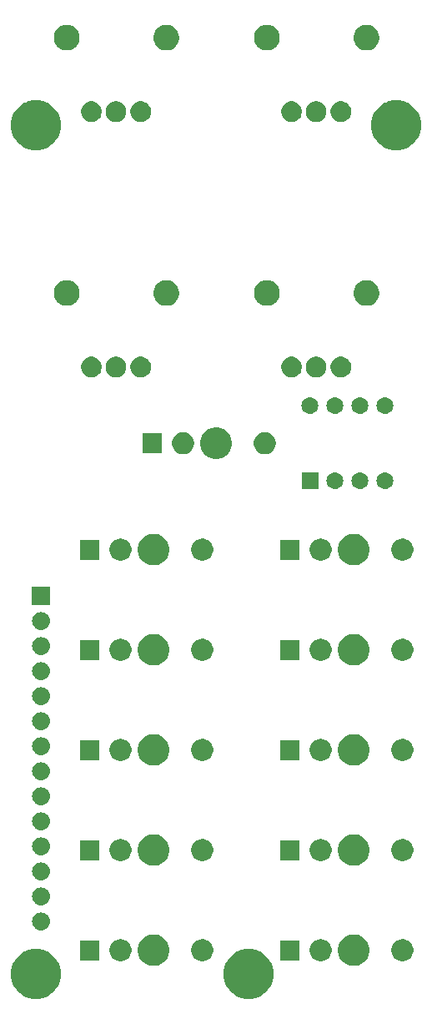
<source format=gbr>
G04 #@! TF.GenerationSoftware,KiCad,Pcbnew,(5.1.4-0-10_14)*
G04 #@! TF.CreationDate,2019-10-08T20:59:58-07:00*
G04 #@! TF.ProjectId,VCO_IO,56434f5f-494f-42e6-9b69-6361645f7063,rev?*
G04 #@! TF.SameCoordinates,Original*
G04 #@! TF.FileFunction,Soldermask,Top*
G04 #@! TF.FilePolarity,Negative*
%FSLAX46Y46*%
G04 Gerber Fmt 4.6, Leading zero omitted, Abs format (unit mm)*
G04 Created by KiCad (PCBNEW (5.1.4-0-10_14)) date 2019-10-08 20:59:58*
%MOMM*%
%LPD*%
G04 APERTURE LIST*
%ADD10C,0.100000*%
G04 APERTURE END LIST*
D10*
G36*
X92946098Y-154265033D02*
G01*
X93307948Y-154414916D01*
X93410352Y-154457333D01*
X93828168Y-154736509D01*
X94183491Y-155091832D01*
X94339675Y-155325578D01*
X94462668Y-155509650D01*
X94654967Y-155973902D01*
X94753000Y-156466747D01*
X94753000Y-156969253D01*
X94654967Y-157462098D01*
X94462668Y-157926350D01*
X94462667Y-157926352D01*
X94183491Y-158344168D01*
X93828168Y-158699491D01*
X93410352Y-158978667D01*
X93410351Y-158978668D01*
X93410350Y-158978668D01*
X92946098Y-159170967D01*
X92453253Y-159269000D01*
X91950747Y-159269000D01*
X91457902Y-159170967D01*
X90993650Y-158978668D01*
X90993649Y-158978668D01*
X90993648Y-158978667D01*
X90575832Y-158699491D01*
X90220509Y-158344168D01*
X89941333Y-157926352D01*
X89941332Y-157926350D01*
X89749033Y-157462098D01*
X89651000Y-156969253D01*
X89651000Y-156466747D01*
X89749033Y-155973902D01*
X89941332Y-155509650D01*
X90064325Y-155325578D01*
X90220509Y-155091832D01*
X90575832Y-154736509D01*
X90993648Y-154457333D01*
X91096052Y-154414916D01*
X91457902Y-154265033D01*
X91950747Y-154167000D01*
X92453253Y-154167000D01*
X92946098Y-154265033D01*
X92946098Y-154265033D01*
G37*
G36*
X71356098Y-154265033D02*
G01*
X71717948Y-154414916D01*
X71820352Y-154457333D01*
X72238168Y-154736509D01*
X72593491Y-155091832D01*
X72749675Y-155325578D01*
X72872668Y-155509650D01*
X73064967Y-155973902D01*
X73163000Y-156466747D01*
X73163000Y-156969253D01*
X73064967Y-157462098D01*
X72872668Y-157926350D01*
X72872667Y-157926352D01*
X72593491Y-158344168D01*
X72238168Y-158699491D01*
X71820352Y-158978667D01*
X71820351Y-158978668D01*
X71820350Y-158978668D01*
X71356098Y-159170967D01*
X70863253Y-159269000D01*
X70360747Y-159269000D01*
X69867902Y-159170967D01*
X69403650Y-158978668D01*
X69403649Y-158978668D01*
X69403648Y-158978667D01*
X68985832Y-158699491D01*
X68630509Y-158344168D01*
X68351333Y-157926352D01*
X68351332Y-157926350D01*
X68159033Y-157462098D01*
X68061000Y-156969253D01*
X68061000Y-156466747D01*
X68159033Y-155973902D01*
X68351332Y-155509650D01*
X68474325Y-155325578D01*
X68630509Y-155091832D01*
X68985832Y-154736509D01*
X69403648Y-154457333D01*
X69506052Y-154414916D01*
X69867902Y-154265033D01*
X70360747Y-154167000D01*
X70863253Y-154167000D01*
X71356098Y-154265033D01*
X71356098Y-154265033D01*
G37*
G36*
X82746217Y-152711665D02*
G01*
X83016995Y-152765525D01*
X83308358Y-152886212D01*
X83570578Y-153061422D01*
X83793578Y-153284422D01*
X83968788Y-153546642D01*
X84089475Y-153838005D01*
X84151000Y-154147315D01*
X84151000Y-154462685D01*
X84089475Y-154771995D01*
X83968788Y-155063358D01*
X83793578Y-155325578D01*
X83570578Y-155548578D01*
X83308358Y-155723788D01*
X83016995Y-155844475D01*
X82746217Y-155898335D01*
X82707686Y-155906000D01*
X82392314Y-155906000D01*
X82353783Y-155898335D01*
X82083005Y-155844475D01*
X81791642Y-155723788D01*
X81529422Y-155548578D01*
X81306422Y-155325578D01*
X81131212Y-155063358D01*
X81010525Y-154771995D01*
X80949000Y-154462685D01*
X80949000Y-154147315D01*
X81010525Y-153838005D01*
X81131212Y-153546642D01*
X81306422Y-153284422D01*
X81529422Y-153061422D01*
X81791642Y-152886212D01*
X82083005Y-152765525D01*
X82353783Y-152711665D01*
X82392314Y-152704000D01*
X82707686Y-152704000D01*
X82746217Y-152711665D01*
X82746217Y-152711665D01*
G37*
G36*
X103066217Y-152711665D02*
G01*
X103336995Y-152765525D01*
X103628358Y-152886212D01*
X103890578Y-153061422D01*
X104113578Y-153284422D01*
X104288788Y-153546642D01*
X104409475Y-153838005D01*
X104471000Y-154147315D01*
X104471000Y-154462685D01*
X104409475Y-154771995D01*
X104288788Y-155063358D01*
X104113578Y-155325578D01*
X103890578Y-155548578D01*
X103628358Y-155723788D01*
X103336995Y-155844475D01*
X103066217Y-155898335D01*
X103027686Y-155906000D01*
X102712314Y-155906000D01*
X102673783Y-155898335D01*
X102403005Y-155844475D01*
X102111642Y-155723788D01*
X101849422Y-155548578D01*
X101626422Y-155325578D01*
X101451212Y-155063358D01*
X101330525Y-154771995D01*
X101269000Y-154462685D01*
X101269000Y-154147315D01*
X101330525Y-153838005D01*
X101451212Y-153546642D01*
X101626422Y-153284422D01*
X101849422Y-153061422D01*
X102111642Y-152886212D01*
X102403005Y-152765525D01*
X102673783Y-152711665D01*
X102712314Y-152704000D01*
X103027686Y-152704000D01*
X103066217Y-152711665D01*
X103066217Y-152711665D01*
G37*
G36*
X108073655Y-153217591D02*
G01*
X108145525Y-153231887D01*
X108348624Y-153316013D01*
X108531409Y-153438146D01*
X108686854Y-153593591D01*
X108808987Y-153776376D01*
X108893113Y-153979475D01*
X108936000Y-154195084D01*
X108936000Y-154414916D01*
X108893113Y-154630525D01*
X108808987Y-154833624D01*
X108686854Y-155016409D01*
X108531409Y-155171854D01*
X108348624Y-155293987D01*
X108145525Y-155378113D01*
X108073655Y-155392409D01*
X107929918Y-155421000D01*
X107710082Y-155421000D01*
X107566345Y-155392409D01*
X107494475Y-155378113D01*
X107291376Y-155293987D01*
X107108591Y-155171854D01*
X106953146Y-155016409D01*
X106831013Y-154833624D01*
X106746887Y-154630525D01*
X106704000Y-154414916D01*
X106704000Y-154195084D01*
X106746887Y-153979475D01*
X106831013Y-153776376D01*
X106953146Y-153593591D01*
X107108591Y-153438146D01*
X107291376Y-153316013D01*
X107494475Y-153231887D01*
X107566345Y-153217591D01*
X107710082Y-153189000D01*
X107929918Y-153189000D01*
X108073655Y-153217591D01*
X108073655Y-153217591D01*
G37*
G36*
X99773655Y-153217591D02*
G01*
X99845525Y-153231887D01*
X100048624Y-153316013D01*
X100231409Y-153438146D01*
X100386854Y-153593591D01*
X100508987Y-153776376D01*
X100593113Y-153979475D01*
X100636000Y-154195084D01*
X100636000Y-154414916D01*
X100593113Y-154630525D01*
X100508987Y-154833624D01*
X100386854Y-155016409D01*
X100231409Y-155171854D01*
X100048624Y-155293987D01*
X99845525Y-155378113D01*
X99773655Y-155392409D01*
X99629918Y-155421000D01*
X99410082Y-155421000D01*
X99266345Y-155392409D01*
X99194475Y-155378113D01*
X98991376Y-155293987D01*
X98808591Y-155171854D01*
X98653146Y-155016409D01*
X98531013Y-154833624D01*
X98446887Y-154630525D01*
X98404000Y-154414916D01*
X98404000Y-154195084D01*
X98446887Y-153979475D01*
X98531013Y-153776376D01*
X98653146Y-153593591D01*
X98808591Y-153438146D01*
X98991376Y-153316013D01*
X99194475Y-153231887D01*
X99266345Y-153217591D01*
X99410082Y-153189000D01*
X99629918Y-153189000D01*
X99773655Y-153217591D01*
X99773655Y-153217591D01*
G37*
G36*
X87753655Y-153217591D02*
G01*
X87825525Y-153231887D01*
X88028624Y-153316013D01*
X88211409Y-153438146D01*
X88366854Y-153593591D01*
X88488987Y-153776376D01*
X88573113Y-153979475D01*
X88616000Y-154195084D01*
X88616000Y-154414916D01*
X88573113Y-154630525D01*
X88488987Y-154833624D01*
X88366854Y-155016409D01*
X88211409Y-155171854D01*
X88028624Y-155293987D01*
X87825525Y-155378113D01*
X87753655Y-155392409D01*
X87609918Y-155421000D01*
X87390082Y-155421000D01*
X87246345Y-155392409D01*
X87174475Y-155378113D01*
X86971376Y-155293987D01*
X86788591Y-155171854D01*
X86633146Y-155016409D01*
X86511013Y-154833624D01*
X86426887Y-154630525D01*
X86384000Y-154414916D01*
X86384000Y-154195084D01*
X86426887Y-153979475D01*
X86511013Y-153776376D01*
X86633146Y-153593591D01*
X86788591Y-153438146D01*
X86971376Y-153316013D01*
X87174475Y-153231887D01*
X87246345Y-153217591D01*
X87390082Y-153189000D01*
X87609918Y-153189000D01*
X87753655Y-153217591D01*
X87753655Y-153217591D01*
G37*
G36*
X79453655Y-153217591D02*
G01*
X79525525Y-153231887D01*
X79728624Y-153316013D01*
X79911409Y-153438146D01*
X80066854Y-153593591D01*
X80188987Y-153776376D01*
X80273113Y-153979475D01*
X80316000Y-154195084D01*
X80316000Y-154414916D01*
X80273113Y-154630525D01*
X80188987Y-154833624D01*
X80066854Y-155016409D01*
X79911409Y-155171854D01*
X79728624Y-155293987D01*
X79525525Y-155378113D01*
X79453655Y-155392409D01*
X79309918Y-155421000D01*
X79090082Y-155421000D01*
X78946345Y-155392409D01*
X78874475Y-155378113D01*
X78671376Y-155293987D01*
X78488591Y-155171854D01*
X78333146Y-155016409D01*
X78211013Y-154833624D01*
X78126887Y-154630525D01*
X78084000Y-154414916D01*
X78084000Y-154195084D01*
X78126887Y-153979475D01*
X78211013Y-153776376D01*
X78333146Y-153593591D01*
X78488591Y-153438146D01*
X78671376Y-153316013D01*
X78874475Y-153231887D01*
X78946345Y-153217591D01*
X79090082Y-153189000D01*
X79309918Y-153189000D01*
X79453655Y-153217591D01*
X79453655Y-153217591D01*
G37*
G36*
X77066000Y-155321000D02*
G01*
X75134000Y-155321000D01*
X75134000Y-153289000D01*
X77066000Y-153289000D01*
X77066000Y-155321000D01*
X77066000Y-155321000D01*
G37*
G36*
X97386000Y-155321000D02*
G01*
X95454000Y-155321000D01*
X95454000Y-153289000D01*
X97386000Y-153289000D01*
X97386000Y-155321000D01*
X97386000Y-155321000D01*
G37*
G36*
X71230442Y-150489518D02*
G01*
X71296627Y-150496037D01*
X71466466Y-150547557D01*
X71622991Y-150631222D01*
X71658729Y-150660552D01*
X71760186Y-150743814D01*
X71843448Y-150845271D01*
X71872778Y-150881009D01*
X71956443Y-151037534D01*
X72007963Y-151207373D01*
X72025359Y-151384000D01*
X72007963Y-151560627D01*
X71956443Y-151730466D01*
X71872778Y-151886991D01*
X71843448Y-151922729D01*
X71760186Y-152024186D01*
X71658729Y-152107448D01*
X71622991Y-152136778D01*
X71466466Y-152220443D01*
X71296627Y-152271963D01*
X71230443Y-152278481D01*
X71164260Y-152285000D01*
X71075740Y-152285000D01*
X71009557Y-152278481D01*
X70943373Y-152271963D01*
X70773534Y-152220443D01*
X70617009Y-152136778D01*
X70581271Y-152107448D01*
X70479814Y-152024186D01*
X70396552Y-151922729D01*
X70367222Y-151886991D01*
X70283557Y-151730466D01*
X70232037Y-151560627D01*
X70214641Y-151384000D01*
X70232037Y-151207373D01*
X70283557Y-151037534D01*
X70367222Y-150881009D01*
X70396552Y-150845271D01*
X70479814Y-150743814D01*
X70581271Y-150660552D01*
X70617009Y-150631222D01*
X70773534Y-150547557D01*
X70943373Y-150496037D01*
X71009558Y-150489518D01*
X71075740Y-150483000D01*
X71164260Y-150483000D01*
X71230442Y-150489518D01*
X71230442Y-150489518D01*
G37*
G36*
X71230442Y-147949518D02*
G01*
X71296627Y-147956037D01*
X71466466Y-148007557D01*
X71622991Y-148091222D01*
X71658729Y-148120552D01*
X71760186Y-148203814D01*
X71843448Y-148305271D01*
X71872778Y-148341009D01*
X71956443Y-148497534D01*
X72007963Y-148667373D01*
X72025359Y-148844000D01*
X72007963Y-149020627D01*
X71956443Y-149190466D01*
X71872778Y-149346991D01*
X71843448Y-149382729D01*
X71760186Y-149484186D01*
X71658729Y-149567448D01*
X71622991Y-149596778D01*
X71466466Y-149680443D01*
X71296627Y-149731963D01*
X71230442Y-149738482D01*
X71164260Y-149745000D01*
X71075740Y-149745000D01*
X71009558Y-149738482D01*
X70943373Y-149731963D01*
X70773534Y-149680443D01*
X70617009Y-149596778D01*
X70581271Y-149567448D01*
X70479814Y-149484186D01*
X70396552Y-149382729D01*
X70367222Y-149346991D01*
X70283557Y-149190466D01*
X70232037Y-149020627D01*
X70214641Y-148844000D01*
X70232037Y-148667373D01*
X70283557Y-148497534D01*
X70367222Y-148341009D01*
X70396552Y-148305271D01*
X70479814Y-148203814D01*
X70581271Y-148120552D01*
X70617009Y-148091222D01*
X70773534Y-148007557D01*
X70943373Y-147956037D01*
X71009558Y-147949518D01*
X71075740Y-147943000D01*
X71164260Y-147943000D01*
X71230442Y-147949518D01*
X71230442Y-147949518D01*
G37*
G36*
X71230443Y-145409519D02*
G01*
X71296627Y-145416037D01*
X71466466Y-145467557D01*
X71622991Y-145551222D01*
X71658729Y-145580552D01*
X71760186Y-145663814D01*
X71827633Y-145746000D01*
X71872778Y-145801009D01*
X71956443Y-145957534D01*
X72007963Y-146127373D01*
X72025359Y-146304000D01*
X72007963Y-146480627D01*
X71956443Y-146650466D01*
X71872778Y-146806991D01*
X71843448Y-146842729D01*
X71760186Y-146944186D01*
X71658729Y-147027448D01*
X71622991Y-147056778D01*
X71466466Y-147140443D01*
X71296627Y-147191963D01*
X71230442Y-147198482D01*
X71164260Y-147205000D01*
X71075740Y-147205000D01*
X71009558Y-147198482D01*
X70943373Y-147191963D01*
X70773534Y-147140443D01*
X70617009Y-147056778D01*
X70581271Y-147027448D01*
X70479814Y-146944186D01*
X70396552Y-146842729D01*
X70367222Y-146806991D01*
X70283557Y-146650466D01*
X70232037Y-146480627D01*
X70214641Y-146304000D01*
X70232037Y-146127373D01*
X70283557Y-145957534D01*
X70367222Y-145801009D01*
X70412367Y-145746000D01*
X70479814Y-145663814D01*
X70581271Y-145580552D01*
X70617009Y-145551222D01*
X70773534Y-145467557D01*
X70943373Y-145416037D01*
X71009557Y-145409519D01*
X71075740Y-145403000D01*
X71164260Y-145403000D01*
X71230443Y-145409519D01*
X71230443Y-145409519D01*
G37*
G36*
X103066217Y-142551665D02*
G01*
X103336995Y-142605525D01*
X103628358Y-142726212D01*
X103890578Y-142901422D01*
X104113578Y-143124422D01*
X104288788Y-143386642D01*
X104409475Y-143678005D01*
X104471000Y-143987315D01*
X104471000Y-144302685D01*
X104409475Y-144611995D01*
X104288788Y-144903358D01*
X104113578Y-145165578D01*
X103890578Y-145388578D01*
X103628358Y-145563788D01*
X103336995Y-145684475D01*
X103066217Y-145738335D01*
X103027686Y-145746000D01*
X102712314Y-145746000D01*
X102673783Y-145738335D01*
X102403005Y-145684475D01*
X102111642Y-145563788D01*
X101849422Y-145388578D01*
X101626422Y-145165578D01*
X101451212Y-144903358D01*
X101330525Y-144611995D01*
X101269000Y-144302685D01*
X101269000Y-143987315D01*
X101330525Y-143678005D01*
X101451212Y-143386642D01*
X101626422Y-143124422D01*
X101849422Y-142901422D01*
X102111642Y-142726212D01*
X102403005Y-142605525D01*
X102673783Y-142551665D01*
X102712314Y-142544000D01*
X103027686Y-142544000D01*
X103066217Y-142551665D01*
X103066217Y-142551665D01*
G37*
G36*
X82746217Y-142551665D02*
G01*
X83016995Y-142605525D01*
X83308358Y-142726212D01*
X83570578Y-142901422D01*
X83793578Y-143124422D01*
X83968788Y-143386642D01*
X84089475Y-143678005D01*
X84151000Y-143987315D01*
X84151000Y-144302685D01*
X84089475Y-144611995D01*
X83968788Y-144903358D01*
X83793578Y-145165578D01*
X83570578Y-145388578D01*
X83308358Y-145563788D01*
X83016995Y-145684475D01*
X82746217Y-145738335D01*
X82707686Y-145746000D01*
X82392314Y-145746000D01*
X82353783Y-145738335D01*
X82083005Y-145684475D01*
X81791642Y-145563788D01*
X81529422Y-145388578D01*
X81306422Y-145165578D01*
X81131212Y-144903358D01*
X81010525Y-144611995D01*
X80949000Y-144302685D01*
X80949000Y-143987315D01*
X81010525Y-143678005D01*
X81131212Y-143386642D01*
X81306422Y-143124422D01*
X81529422Y-142901422D01*
X81791642Y-142726212D01*
X82083005Y-142605525D01*
X82353783Y-142551665D01*
X82392314Y-142544000D01*
X82707686Y-142544000D01*
X82746217Y-142551665D01*
X82746217Y-142551665D01*
G37*
G36*
X99773655Y-143057591D02*
G01*
X99845525Y-143071887D01*
X100048624Y-143156013D01*
X100231409Y-143278146D01*
X100386854Y-143433591D01*
X100508987Y-143616376D01*
X100593113Y-143819475D01*
X100593113Y-143819476D01*
X100636000Y-144035082D01*
X100636000Y-144254918D01*
X100626498Y-144302685D01*
X100593113Y-144470525D01*
X100508987Y-144673624D01*
X100386854Y-144856409D01*
X100231409Y-145011854D01*
X100048624Y-145133987D01*
X99845525Y-145218113D01*
X99773655Y-145232409D01*
X99629918Y-145261000D01*
X99410082Y-145261000D01*
X99266345Y-145232409D01*
X99194475Y-145218113D01*
X98991376Y-145133987D01*
X98808591Y-145011854D01*
X98653146Y-144856409D01*
X98531013Y-144673624D01*
X98446887Y-144470525D01*
X98413502Y-144302685D01*
X98404000Y-144254918D01*
X98404000Y-144035082D01*
X98446887Y-143819476D01*
X98446887Y-143819475D01*
X98531013Y-143616376D01*
X98653146Y-143433591D01*
X98808591Y-143278146D01*
X98991376Y-143156013D01*
X99194475Y-143071887D01*
X99266345Y-143057591D01*
X99410082Y-143029000D01*
X99629918Y-143029000D01*
X99773655Y-143057591D01*
X99773655Y-143057591D01*
G37*
G36*
X108073655Y-143057591D02*
G01*
X108145525Y-143071887D01*
X108348624Y-143156013D01*
X108531409Y-143278146D01*
X108686854Y-143433591D01*
X108808987Y-143616376D01*
X108893113Y-143819475D01*
X108893113Y-143819476D01*
X108936000Y-144035082D01*
X108936000Y-144254918D01*
X108926498Y-144302685D01*
X108893113Y-144470525D01*
X108808987Y-144673624D01*
X108686854Y-144856409D01*
X108531409Y-145011854D01*
X108348624Y-145133987D01*
X108145525Y-145218113D01*
X108073655Y-145232409D01*
X107929918Y-145261000D01*
X107710082Y-145261000D01*
X107566345Y-145232409D01*
X107494475Y-145218113D01*
X107291376Y-145133987D01*
X107108591Y-145011854D01*
X106953146Y-144856409D01*
X106831013Y-144673624D01*
X106746887Y-144470525D01*
X106713502Y-144302685D01*
X106704000Y-144254918D01*
X106704000Y-144035082D01*
X106746887Y-143819476D01*
X106746887Y-143819475D01*
X106831013Y-143616376D01*
X106953146Y-143433591D01*
X107108591Y-143278146D01*
X107291376Y-143156013D01*
X107494475Y-143071887D01*
X107566345Y-143057591D01*
X107710082Y-143029000D01*
X107929918Y-143029000D01*
X108073655Y-143057591D01*
X108073655Y-143057591D01*
G37*
G36*
X87753655Y-143057591D02*
G01*
X87825525Y-143071887D01*
X88028624Y-143156013D01*
X88211409Y-143278146D01*
X88366854Y-143433591D01*
X88488987Y-143616376D01*
X88573113Y-143819475D01*
X88573113Y-143819476D01*
X88616000Y-144035082D01*
X88616000Y-144254918D01*
X88606498Y-144302685D01*
X88573113Y-144470525D01*
X88488987Y-144673624D01*
X88366854Y-144856409D01*
X88211409Y-145011854D01*
X88028624Y-145133987D01*
X87825525Y-145218113D01*
X87753655Y-145232409D01*
X87609918Y-145261000D01*
X87390082Y-145261000D01*
X87246345Y-145232409D01*
X87174475Y-145218113D01*
X86971376Y-145133987D01*
X86788591Y-145011854D01*
X86633146Y-144856409D01*
X86511013Y-144673624D01*
X86426887Y-144470525D01*
X86393502Y-144302685D01*
X86384000Y-144254918D01*
X86384000Y-144035082D01*
X86426887Y-143819476D01*
X86426887Y-143819475D01*
X86511013Y-143616376D01*
X86633146Y-143433591D01*
X86788591Y-143278146D01*
X86971376Y-143156013D01*
X87174475Y-143071887D01*
X87246345Y-143057591D01*
X87390082Y-143029000D01*
X87609918Y-143029000D01*
X87753655Y-143057591D01*
X87753655Y-143057591D01*
G37*
G36*
X79453655Y-143057591D02*
G01*
X79525525Y-143071887D01*
X79728624Y-143156013D01*
X79911409Y-143278146D01*
X80066854Y-143433591D01*
X80188987Y-143616376D01*
X80273113Y-143819475D01*
X80273113Y-143819476D01*
X80316000Y-144035082D01*
X80316000Y-144254918D01*
X80306498Y-144302685D01*
X80273113Y-144470525D01*
X80188987Y-144673624D01*
X80066854Y-144856409D01*
X79911409Y-145011854D01*
X79728624Y-145133987D01*
X79525525Y-145218113D01*
X79453655Y-145232409D01*
X79309918Y-145261000D01*
X79090082Y-145261000D01*
X78946345Y-145232409D01*
X78874475Y-145218113D01*
X78671376Y-145133987D01*
X78488591Y-145011854D01*
X78333146Y-144856409D01*
X78211013Y-144673624D01*
X78126887Y-144470525D01*
X78093502Y-144302685D01*
X78084000Y-144254918D01*
X78084000Y-144035082D01*
X78126887Y-143819476D01*
X78126887Y-143819475D01*
X78211013Y-143616376D01*
X78333146Y-143433591D01*
X78488591Y-143278146D01*
X78671376Y-143156013D01*
X78874475Y-143071887D01*
X78946345Y-143057591D01*
X79090082Y-143029000D01*
X79309918Y-143029000D01*
X79453655Y-143057591D01*
X79453655Y-143057591D01*
G37*
G36*
X97386000Y-145161000D02*
G01*
X95454000Y-145161000D01*
X95454000Y-143129000D01*
X97386000Y-143129000D01*
X97386000Y-145161000D01*
X97386000Y-145161000D01*
G37*
G36*
X77066000Y-145161000D02*
G01*
X75134000Y-145161000D01*
X75134000Y-143129000D01*
X77066000Y-143129000D01*
X77066000Y-145161000D01*
X77066000Y-145161000D01*
G37*
G36*
X71230443Y-142869519D02*
G01*
X71296627Y-142876037D01*
X71466466Y-142927557D01*
X71622991Y-143011222D01*
X71644653Y-143029000D01*
X71760186Y-143123814D01*
X71843448Y-143225271D01*
X71872778Y-143261009D01*
X71956443Y-143417534D01*
X72007963Y-143587373D01*
X72025359Y-143764000D01*
X72007963Y-143940627D01*
X71956443Y-144110466D01*
X71872778Y-144266991D01*
X71843484Y-144302685D01*
X71760186Y-144404186D01*
X71679350Y-144470525D01*
X71622991Y-144516778D01*
X71466466Y-144600443D01*
X71296627Y-144651963D01*
X71230442Y-144658482D01*
X71164260Y-144665000D01*
X71075740Y-144665000D01*
X71009558Y-144658482D01*
X70943373Y-144651963D01*
X70773534Y-144600443D01*
X70617009Y-144516778D01*
X70560650Y-144470525D01*
X70479814Y-144404186D01*
X70396516Y-144302685D01*
X70367222Y-144266991D01*
X70283557Y-144110466D01*
X70232037Y-143940627D01*
X70214641Y-143764000D01*
X70232037Y-143587373D01*
X70283557Y-143417534D01*
X70367222Y-143261009D01*
X70396552Y-143225271D01*
X70479814Y-143123814D01*
X70595347Y-143029000D01*
X70617009Y-143011222D01*
X70773534Y-142927557D01*
X70943373Y-142876037D01*
X71009557Y-142869519D01*
X71075740Y-142863000D01*
X71164260Y-142863000D01*
X71230443Y-142869519D01*
X71230443Y-142869519D01*
G37*
G36*
X71230442Y-140329518D02*
G01*
X71296627Y-140336037D01*
X71466466Y-140387557D01*
X71622991Y-140471222D01*
X71658729Y-140500552D01*
X71760186Y-140583814D01*
X71843448Y-140685271D01*
X71872778Y-140721009D01*
X71956443Y-140877534D01*
X72007963Y-141047373D01*
X72025359Y-141224000D01*
X72007963Y-141400627D01*
X71956443Y-141570466D01*
X71872778Y-141726991D01*
X71843448Y-141762729D01*
X71760186Y-141864186D01*
X71658729Y-141947448D01*
X71622991Y-141976778D01*
X71466466Y-142060443D01*
X71296627Y-142111963D01*
X71230443Y-142118481D01*
X71164260Y-142125000D01*
X71075740Y-142125000D01*
X71009557Y-142118481D01*
X70943373Y-142111963D01*
X70773534Y-142060443D01*
X70617009Y-141976778D01*
X70581271Y-141947448D01*
X70479814Y-141864186D01*
X70396552Y-141762729D01*
X70367222Y-141726991D01*
X70283557Y-141570466D01*
X70232037Y-141400627D01*
X70214641Y-141224000D01*
X70232037Y-141047373D01*
X70283557Y-140877534D01*
X70367222Y-140721009D01*
X70396552Y-140685271D01*
X70479814Y-140583814D01*
X70581271Y-140500552D01*
X70617009Y-140471222D01*
X70773534Y-140387557D01*
X70943373Y-140336037D01*
X71009558Y-140329518D01*
X71075740Y-140323000D01*
X71164260Y-140323000D01*
X71230442Y-140329518D01*
X71230442Y-140329518D01*
G37*
G36*
X71230443Y-137789519D02*
G01*
X71296627Y-137796037D01*
X71466466Y-137847557D01*
X71622991Y-137931222D01*
X71658729Y-137960552D01*
X71760186Y-138043814D01*
X71843448Y-138145271D01*
X71872778Y-138181009D01*
X71956443Y-138337534D01*
X72007963Y-138507373D01*
X72025359Y-138684000D01*
X72007963Y-138860627D01*
X71956443Y-139030466D01*
X71872778Y-139186991D01*
X71843448Y-139222729D01*
X71760186Y-139324186D01*
X71658729Y-139407448D01*
X71622991Y-139436778D01*
X71466466Y-139520443D01*
X71296627Y-139571963D01*
X71230443Y-139578481D01*
X71164260Y-139585000D01*
X71075740Y-139585000D01*
X71009557Y-139578481D01*
X70943373Y-139571963D01*
X70773534Y-139520443D01*
X70617009Y-139436778D01*
X70581271Y-139407448D01*
X70479814Y-139324186D01*
X70396552Y-139222729D01*
X70367222Y-139186991D01*
X70283557Y-139030466D01*
X70232037Y-138860627D01*
X70214641Y-138684000D01*
X70232037Y-138507373D01*
X70283557Y-138337534D01*
X70367222Y-138181009D01*
X70396552Y-138145271D01*
X70479814Y-138043814D01*
X70581271Y-137960552D01*
X70617009Y-137931222D01*
X70773534Y-137847557D01*
X70943373Y-137796037D01*
X71009557Y-137789519D01*
X71075740Y-137783000D01*
X71164260Y-137783000D01*
X71230443Y-137789519D01*
X71230443Y-137789519D01*
G37*
G36*
X71230443Y-135249519D02*
G01*
X71296627Y-135256037D01*
X71466466Y-135307557D01*
X71622991Y-135391222D01*
X71658729Y-135420552D01*
X71760186Y-135503814D01*
X71827633Y-135586000D01*
X71872778Y-135641009D01*
X71956443Y-135797534D01*
X72007963Y-135967373D01*
X72025359Y-136144000D01*
X72007963Y-136320627D01*
X71956443Y-136490466D01*
X71872778Y-136646991D01*
X71843448Y-136682729D01*
X71760186Y-136784186D01*
X71658729Y-136867448D01*
X71622991Y-136896778D01*
X71466466Y-136980443D01*
X71296627Y-137031963D01*
X71230443Y-137038481D01*
X71164260Y-137045000D01*
X71075740Y-137045000D01*
X71009557Y-137038481D01*
X70943373Y-137031963D01*
X70773534Y-136980443D01*
X70617009Y-136896778D01*
X70581271Y-136867448D01*
X70479814Y-136784186D01*
X70396552Y-136682729D01*
X70367222Y-136646991D01*
X70283557Y-136490466D01*
X70232037Y-136320627D01*
X70214641Y-136144000D01*
X70232037Y-135967373D01*
X70283557Y-135797534D01*
X70367222Y-135641009D01*
X70412367Y-135586000D01*
X70479814Y-135503814D01*
X70581271Y-135420552D01*
X70617009Y-135391222D01*
X70773534Y-135307557D01*
X70943373Y-135256037D01*
X71009557Y-135249519D01*
X71075740Y-135243000D01*
X71164260Y-135243000D01*
X71230443Y-135249519D01*
X71230443Y-135249519D01*
G37*
G36*
X82746217Y-132391665D02*
G01*
X83016995Y-132445525D01*
X83308358Y-132566212D01*
X83570578Y-132741422D01*
X83793578Y-132964422D01*
X83968788Y-133226642D01*
X84089475Y-133518005D01*
X84151000Y-133827315D01*
X84151000Y-134142685D01*
X84089475Y-134451995D01*
X83968788Y-134743358D01*
X83793578Y-135005578D01*
X83570578Y-135228578D01*
X83308358Y-135403788D01*
X83016995Y-135524475D01*
X82746217Y-135578335D01*
X82707686Y-135586000D01*
X82392314Y-135586000D01*
X82353783Y-135578335D01*
X82083005Y-135524475D01*
X81791642Y-135403788D01*
X81529422Y-135228578D01*
X81306422Y-135005578D01*
X81131212Y-134743358D01*
X81010525Y-134451995D01*
X80949000Y-134142685D01*
X80949000Y-133827315D01*
X81010525Y-133518005D01*
X81131212Y-133226642D01*
X81306422Y-132964422D01*
X81529422Y-132741422D01*
X81791642Y-132566212D01*
X82083005Y-132445525D01*
X82353783Y-132391665D01*
X82392314Y-132384000D01*
X82707686Y-132384000D01*
X82746217Y-132391665D01*
X82746217Y-132391665D01*
G37*
G36*
X103066217Y-132391665D02*
G01*
X103336995Y-132445525D01*
X103628358Y-132566212D01*
X103890578Y-132741422D01*
X104113578Y-132964422D01*
X104288788Y-133226642D01*
X104409475Y-133518005D01*
X104471000Y-133827315D01*
X104471000Y-134142685D01*
X104409475Y-134451995D01*
X104288788Y-134743358D01*
X104113578Y-135005578D01*
X103890578Y-135228578D01*
X103628358Y-135403788D01*
X103336995Y-135524475D01*
X103066217Y-135578335D01*
X103027686Y-135586000D01*
X102712314Y-135586000D01*
X102673783Y-135578335D01*
X102403005Y-135524475D01*
X102111642Y-135403788D01*
X101849422Y-135228578D01*
X101626422Y-135005578D01*
X101451212Y-134743358D01*
X101330525Y-134451995D01*
X101269000Y-134142685D01*
X101269000Y-133827315D01*
X101330525Y-133518005D01*
X101451212Y-133226642D01*
X101626422Y-132964422D01*
X101849422Y-132741422D01*
X102111642Y-132566212D01*
X102403005Y-132445525D01*
X102673783Y-132391665D01*
X102712314Y-132384000D01*
X103027686Y-132384000D01*
X103066217Y-132391665D01*
X103066217Y-132391665D01*
G37*
G36*
X108073655Y-132897591D02*
G01*
X108145525Y-132911887D01*
X108348624Y-132996013D01*
X108531409Y-133118146D01*
X108686854Y-133273591D01*
X108808987Y-133456376D01*
X108893113Y-133659475D01*
X108893113Y-133659476D01*
X108936000Y-133875082D01*
X108936000Y-134094918D01*
X108926498Y-134142685D01*
X108893113Y-134310525D01*
X108808987Y-134513624D01*
X108686854Y-134696409D01*
X108531409Y-134851854D01*
X108348624Y-134973987D01*
X108145525Y-135058113D01*
X108073655Y-135072409D01*
X107929918Y-135101000D01*
X107710082Y-135101000D01*
X107566345Y-135072409D01*
X107494475Y-135058113D01*
X107291376Y-134973987D01*
X107108591Y-134851854D01*
X106953146Y-134696409D01*
X106831013Y-134513624D01*
X106746887Y-134310525D01*
X106713502Y-134142685D01*
X106704000Y-134094918D01*
X106704000Y-133875082D01*
X106746887Y-133659476D01*
X106746887Y-133659475D01*
X106831013Y-133456376D01*
X106953146Y-133273591D01*
X107108591Y-133118146D01*
X107291376Y-132996013D01*
X107494475Y-132911887D01*
X107566345Y-132897591D01*
X107710082Y-132869000D01*
X107929918Y-132869000D01*
X108073655Y-132897591D01*
X108073655Y-132897591D01*
G37*
G36*
X87753655Y-132897591D02*
G01*
X87825525Y-132911887D01*
X88028624Y-132996013D01*
X88211409Y-133118146D01*
X88366854Y-133273591D01*
X88488987Y-133456376D01*
X88573113Y-133659475D01*
X88573113Y-133659476D01*
X88616000Y-133875082D01*
X88616000Y-134094918D01*
X88606498Y-134142685D01*
X88573113Y-134310525D01*
X88488987Y-134513624D01*
X88366854Y-134696409D01*
X88211409Y-134851854D01*
X88028624Y-134973987D01*
X87825525Y-135058113D01*
X87753655Y-135072409D01*
X87609918Y-135101000D01*
X87390082Y-135101000D01*
X87246345Y-135072409D01*
X87174475Y-135058113D01*
X86971376Y-134973987D01*
X86788591Y-134851854D01*
X86633146Y-134696409D01*
X86511013Y-134513624D01*
X86426887Y-134310525D01*
X86393502Y-134142685D01*
X86384000Y-134094918D01*
X86384000Y-133875082D01*
X86426887Y-133659476D01*
X86426887Y-133659475D01*
X86511013Y-133456376D01*
X86633146Y-133273591D01*
X86788591Y-133118146D01*
X86971376Y-132996013D01*
X87174475Y-132911887D01*
X87246345Y-132897591D01*
X87390082Y-132869000D01*
X87609918Y-132869000D01*
X87753655Y-132897591D01*
X87753655Y-132897591D01*
G37*
G36*
X79453655Y-132897591D02*
G01*
X79525525Y-132911887D01*
X79728624Y-132996013D01*
X79911409Y-133118146D01*
X80066854Y-133273591D01*
X80188987Y-133456376D01*
X80273113Y-133659475D01*
X80273113Y-133659476D01*
X80316000Y-133875082D01*
X80316000Y-134094918D01*
X80306498Y-134142685D01*
X80273113Y-134310525D01*
X80188987Y-134513624D01*
X80066854Y-134696409D01*
X79911409Y-134851854D01*
X79728624Y-134973987D01*
X79525525Y-135058113D01*
X79453655Y-135072409D01*
X79309918Y-135101000D01*
X79090082Y-135101000D01*
X78946345Y-135072409D01*
X78874475Y-135058113D01*
X78671376Y-134973987D01*
X78488591Y-134851854D01*
X78333146Y-134696409D01*
X78211013Y-134513624D01*
X78126887Y-134310525D01*
X78093502Y-134142685D01*
X78084000Y-134094918D01*
X78084000Y-133875082D01*
X78126887Y-133659476D01*
X78126887Y-133659475D01*
X78211013Y-133456376D01*
X78333146Y-133273591D01*
X78488591Y-133118146D01*
X78671376Y-132996013D01*
X78874475Y-132911887D01*
X78946345Y-132897591D01*
X79090082Y-132869000D01*
X79309918Y-132869000D01*
X79453655Y-132897591D01*
X79453655Y-132897591D01*
G37*
G36*
X99773655Y-132897591D02*
G01*
X99845525Y-132911887D01*
X100048624Y-132996013D01*
X100231409Y-133118146D01*
X100386854Y-133273591D01*
X100508987Y-133456376D01*
X100593113Y-133659475D01*
X100593113Y-133659476D01*
X100636000Y-133875082D01*
X100636000Y-134094918D01*
X100626498Y-134142685D01*
X100593113Y-134310525D01*
X100508987Y-134513624D01*
X100386854Y-134696409D01*
X100231409Y-134851854D01*
X100048624Y-134973987D01*
X99845525Y-135058113D01*
X99773655Y-135072409D01*
X99629918Y-135101000D01*
X99410082Y-135101000D01*
X99266345Y-135072409D01*
X99194475Y-135058113D01*
X98991376Y-134973987D01*
X98808591Y-134851854D01*
X98653146Y-134696409D01*
X98531013Y-134513624D01*
X98446887Y-134310525D01*
X98413502Y-134142685D01*
X98404000Y-134094918D01*
X98404000Y-133875082D01*
X98446887Y-133659476D01*
X98446887Y-133659475D01*
X98531013Y-133456376D01*
X98653146Y-133273591D01*
X98808591Y-133118146D01*
X98991376Y-132996013D01*
X99194475Y-132911887D01*
X99266345Y-132897591D01*
X99410082Y-132869000D01*
X99629918Y-132869000D01*
X99773655Y-132897591D01*
X99773655Y-132897591D01*
G37*
G36*
X97386000Y-135001000D02*
G01*
X95454000Y-135001000D01*
X95454000Y-132969000D01*
X97386000Y-132969000D01*
X97386000Y-135001000D01*
X97386000Y-135001000D01*
G37*
G36*
X77066000Y-135001000D02*
G01*
X75134000Y-135001000D01*
X75134000Y-132969000D01*
X77066000Y-132969000D01*
X77066000Y-135001000D01*
X77066000Y-135001000D01*
G37*
G36*
X71230442Y-132709518D02*
G01*
X71296627Y-132716037D01*
X71466466Y-132767557D01*
X71622991Y-132851222D01*
X71644653Y-132869000D01*
X71760186Y-132963814D01*
X71843448Y-133065271D01*
X71872778Y-133101009D01*
X71956443Y-133257534D01*
X72007963Y-133427373D01*
X72025359Y-133604000D01*
X72007963Y-133780627D01*
X71956443Y-133950466D01*
X71872778Y-134106991D01*
X71843484Y-134142685D01*
X71760186Y-134244186D01*
X71679350Y-134310525D01*
X71622991Y-134356778D01*
X71466466Y-134440443D01*
X71296627Y-134491963D01*
X71230442Y-134498482D01*
X71164260Y-134505000D01*
X71075740Y-134505000D01*
X71009558Y-134498482D01*
X70943373Y-134491963D01*
X70773534Y-134440443D01*
X70617009Y-134356778D01*
X70560650Y-134310525D01*
X70479814Y-134244186D01*
X70396516Y-134142685D01*
X70367222Y-134106991D01*
X70283557Y-133950466D01*
X70232037Y-133780627D01*
X70214641Y-133604000D01*
X70232037Y-133427373D01*
X70283557Y-133257534D01*
X70367222Y-133101009D01*
X70396552Y-133065271D01*
X70479814Y-132963814D01*
X70595347Y-132869000D01*
X70617009Y-132851222D01*
X70773534Y-132767557D01*
X70943373Y-132716037D01*
X71009558Y-132709518D01*
X71075740Y-132703000D01*
X71164260Y-132703000D01*
X71230442Y-132709518D01*
X71230442Y-132709518D01*
G37*
G36*
X71230442Y-130169518D02*
G01*
X71296627Y-130176037D01*
X71466466Y-130227557D01*
X71622991Y-130311222D01*
X71658729Y-130340552D01*
X71760186Y-130423814D01*
X71843448Y-130525271D01*
X71872778Y-130561009D01*
X71956443Y-130717534D01*
X72007963Y-130887373D01*
X72025359Y-131064000D01*
X72007963Y-131240627D01*
X71956443Y-131410466D01*
X71872778Y-131566991D01*
X71843448Y-131602729D01*
X71760186Y-131704186D01*
X71658729Y-131787448D01*
X71622991Y-131816778D01*
X71466466Y-131900443D01*
X71296627Y-131951963D01*
X71230443Y-131958481D01*
X71164260Y-131965000D01*
X71075740Y-131965000D01*
X71009557Y-131958481D01*
X70943373Y-131951963D01*
X70773534Y-131900443D01*
X70617009Y-131816778D01*
X70581271Y-131787448D01*
X70479814Y-131704186D01*
X70396552Y-131602729D01*
X70367222Y-131566991D01*
X70283557Y-131410466D01*
X70232037Y-131240627D01*
X70214641Y-131064000D01*
X70232037Y-130887373D01*
X70283557Y-130717534D01*
X70367222Y-130561009D01*
X70396552Y-130525271D01*
X70479814Y-130423814D01*
X70581271Y-130340552D01*
X70617009Y-130311222D01*
X70773534Y-130227557D01*
X70943373Y-130176037D01*
X71009558Y-130169518D01*
X71075740Y-130163000D01*
X71164260Y-130163000D01*
X71230442Y-130169518D01*
X71230442Y-130169518D01*
G37*
G36*
X71230442Y-127629518D02*
G01*
X71296627Y-127636037D01*
X71466466Y-127687557D01*
X71622991Y-127771222D01*
X71658729Y-127800552D01*
X71760186Y-127883814D01*
X71843448Y-127985271D01*
X71872778Y-128021009D01*
X71956443Y-128177534D01*
X72007963Y-128347373D01*
X72025359Y-128524000D01*
X72007963Y-128700627D01*
X71956443Y-128870466D01*
X71872778Y-129026991D01*
X71843448Y-129062729D01*
X71760186Y-129164186D01*
X71658729Y-129247448D01*
X71622991Y-129276778D01*
X71466466Y-129360443D01*
X71296627Y-129411963D01*
X71230443Y-129418481D01*
X71164260Y-129425000D01*
X71075740Y-129425000D01*
X71009557Y-129418481D01*
X70943373Y-129411963D01*
X70773534Y-129360443D01*
X70617009Y-129276778D01*
X70581271Y-129247448D01*
X70479814Y-129164186D01*
X70396552Y-129062729D01*
X70367222Y-129026991D01*
X70283557Y-128870466D01*
X70232037Y-128700627D01*
X70214641Y-128524000D01*
X70232037Y-128347373D01*
X70283557Y-128177534D01*
X70367222Y-128021009D01*
X70396552Y-127985271D01*
X70479814Y-127883814D01*
X70581271Y-127800552D01*
X70617009Y-127771222D01*
X70773534Y-127687557D01*
X70943373Y-127636037D01*
X71009558Y-127629518D01*
X71075740Y-127623000D01*
X71164260Y-127623000D01*
X71230442Y-127629518D01*
X71230442Y-127629518D01*
G37*
G36*
X71230442Y-125089518D02*
G01*
X71296627Y-125096037D01*
X71466466Y-125147557D01*
X71622991Y-125231222D01*
X71658729Y-125260552D01*
X71760186Y-125343814D01*
X71827633Y-125426000D01*
X71872778Y-125481009D01*
X71956443Y-125637534D01*
X72007963Y-125807373D01*
X72025359Y-125984000D01*
X72007963Y-126160627D01*
X71956443Y-126330466D01*
X71872778Y-126486991D01*
X71843448Y-126522729D01*
X71760186Y-126624186D01*
X71658729Y-126707448D01*
X71622991Y-126736778D01*
X71466466Y-126820443D01*
X71296627Y-126871963D01*
X71230442Y-126878482D01*
X71164260Y-126885000D01*
X71075740Y-126885000D01*
X71009558Y-126878482D01*
X70943373Y-126871963D01*
X70773534Y-126820443D01*
X70617009Y-126736778D01*
X70581271Y-126707448D01*
X70479814Y-126624186D01*
X70396552Y-126522729D01*
X70367222Y-126486991D01*
X70283557Y-126330466D01*
X70232037Y-126160627D01*
X70214641Y-125984000D01*
X70232037Y-125807373D01*
X70283557Y-125637534D01*
X70367222Y-125481009D01*
X70412367Y-125426000D01*
X70479814Y-125343814D01*
X70581271Y-125260552D01*
X70617009Y-125231222D01*
X70773534Y-125147557D01*
X70943373Y-125096037D01*
X71009558Y-125089518D01*
X71075740Y-125083000D01*
X71164260Y-125083000D01*
X71230442Y-125089518D01*
X71230442Y-125089518D01*
G37*
G36*
X82746217Y-122231665D02*
G01*
X83016995Y-122285525D01*
X83308358Y-122406212D01*
X83570578Y-122581422D01*
X83793578Y-122804422D01*
X83968788Y-123066642D01*
X84089475Y-123358005D01*
X84151000Y-123667315D01*
X84151000Y-123982685D01*
X84089475Y-124291995D01*
X83968788Y-124583358D01*
X83793578Y-124845578D01*
X83570578Y-125068578D01*
X83308358Y-125243788D01*
X83016995Y-125364475D01*
X82746217Y-125418335D01*
X82707686Y-125426000D01*
X82392314Y-125426000D01*
X82353783Y-125418335D01*
X82083005Y-125364475D01*
X81791642Y-125243788D01*
X81529422Y-125068578D01*
X81306422Y-124845578D01*
X81131212Y-124583358D01*
X81010525Y-124291995D01*
X80949000Y-123982685D01*
X80949000Y-123667315D01*
X81010525Y-123358005D01*
X81131212Y-123066642D01*
X81306422Y-122804422D01*
X81529422Y-122581422D01*
X81791642Y-122406212D01*
X82083005Y-122285525D01*
X82353783Y-122231665D01*
X82392314Y-122224000D01*
X82707686Y-122224000D01*
X82746217Y-122231665D01*
X82746217Y-122231665D01*
G37*
G36*
X103066217Y-122231665D02*
G01*
X103336995Y-122285525D01*
X103628358Y-122406212D01*
X103890578Y-122581422D01*
X104113578Y-122804422D01*
X104288788Y-123066642D01*
X104409475Y-123358005D01*
X104471000Y-123667315D01*
X104471000Y-123982685D01*
X104409475Y-124291995D01*
X104288788Y-124583358D01*
X104113578Y-124845578D01*
X103890578Y-125068578D01*
X103628358Y-125243788D01*
X103336995Y-125364475D01*
X103066217Y-125418335D01*
X103027686Y-125426000D01*
X102712314Y-125426000D01*
X102673783Y-125418335D01*
X102403005Y-125364475D01*
X102111642Y-125243788D01*
X101849422Y-125068578D01*
X101626422Y-124845578D01*
X101451212Y-124583358D01*
X101330525Y-124291995D01*
X101269000Y-123982685D01*
X101269000Y-123667315D01*
X101330525Y-123358005D01*
X101451212Y-123066642D01*
X101626422Y-122804422D01*
X101849422Y-122581422D01*
X102111642Y-122406212D01*
X102403005Y-122285525D01*
X102673783Y-122231665D01*
X102712314Y-122224000D01*
X103027686Y-122224000D01*
X103066217Y-122231665D01*
X103066217Y-122231665D01*
G37*
G36*
X79453655Y-122737591D02*
G01*
X79525525Y-122751887D01*
X79728624Y-122836013D01*
X79911409Y-122958146D01*
X80066854Y-123113591D01*
X80188987Y-123296376D01*
X80273113Y-123499475D01*
X80273113Y-123499476D01*
X80316000Y-123715082D01*
X80316000Y-123934918D01*
X80306498Y-123982685D01*
X80273113Y-124150525D01*
X80188987Y-124353624D01*
X80066854Y-124536409D01*
X79911409Y-124691854D01*
X79728624Y-124813987D01*
X79525525Y-124898113D01*
X79453655Y-124912409D01*
X79309918Y-124941000D01*
X79090082Y-124941000D01*
X78946345Y-124912409D01*
X78874475Y-124898113D01*
X78671376Y-124813987D01*
X78488591Y-124691854D01*
X78333146Y-124536409D01*
X78211013Y-124353624D01*
X78126887Y-124150525D01*
X78093502Y-123982685D01*
X78084000Y-123934918D01*
X78084000Y-123715082D01*
X78126887Y-123499476D01*
X78126887Y-123499475D01*
X78211013Y-123296376D01*
X78333146Y-123113591D01*
X78488591Y-122958146D01*
X78671376Y-122836013D01*
X78874475Y-122751887D01*
X78946345Y-122737591D01*
X79090082Y-122709000D01*
X79309918Y-122709000D01*
X79453655Y-122737591D01*
X79453655Y-122737591D01*
G37*
G36*
X87753655Y-122737591D02*
G01*
X87825525Y-122751887D01*
X88028624Y-122836013D01*
X88211409Y-122958146D01*
X88366854Y-123113591D01*
X88488987Y-123296376D01*
X88573113Y-123499475D01*
X88573113Y-123499476D01*
X88616000Y-123715082D01*
X88616000Y-123934918D01*
X88606498Y-123982685D01*
X88573113Y-124150525D01*
X88488987Y-124353624D01*
X88366854Y-124536409D01*
X88211409Y-124691854D01*
X88028624Y-124813987D01*
X87825525Y-124898113D01*
X87753655Y-124912409D01*
X87609918Y-124941000D01*
X87390082Y-124941000D01*
X87246345Y-124912409D01*
X87174475Y-124898113D01*
X86971376Y-124813987D01*
X86788591Y-124691854D01*
X86633146Y-124536409D01*
X86511013Y-124353624D01*
X86426887Y-124150525D01*
X86393502Y-123982685D01*
X86384000Y-123934918D01*
X86384000Y-123715082D01*
X86426887Y-123499476D01*
X86426887Y-123499475D01*
X86511013Y-123296376D01*
X86633146Y-123113591D01*
X86788591Y-122958146D01*
X86971376Y-122836013D01*
X87174475Y-122751887D01*
X87246345Y-122737591D01*
X87390082Y-122709000D01*
X87609918Y-122709000D01*
X87753655Y-122737591D01*
X87753655Y-122737591D01*
G37*
G36*
X99773655Y-122737591D02*
G01*
X99845525Y-122751887D01*
X100048624Y-122836013D01*
X100231409Y-122958146D01*
X100386854Y-123113591D01*
X100508987Y-123296376D01*
X100593113Y-123499475D01*
X100593113Y-123499476D01*
X100636000Y-123715082D01*
X100636000Y-123934918D01*
X100626498Y-123982685D01*
X100593113Y-124150525D01*
X100508987Y-124353624D01*
X100386854Y-124536409D01*
X100231409Y-124691854D01*
X100048624Y-124813987D01*
X99845525Y-124898113D01*
X99773655Y-124912409D01*
X99629918Y-124941000D01*
X99410082Y-124941000D01*
X99266345Y-124912409D01*
X99194475Y-124898113D01*
X98991376Y-124813987D01*
X98808591Y-124691854D01*
X98653146Y-124536409D01*
X98531013Y-124353624D01*
X98446887Y-124150525D01*
X98413502Y-123982685D01*
X98404000Y-123934918D01*
X98404000Y-123715082D01*
X98446887Y-123499476D01*
X98446887Y-123499475D01*
X98531013Y-123296376D01*
X98653146Y-123113591D01*
X98808591Y-122958146D01*
X98991376Y-122836013D01*
X99194475Y-122751887D01*
X99266345Y-122737591D01*
X99410082Y-122709000D01*
X99629918Y-122709000D01*
X99773655Y-122737591D01*
X99773655Y-122737591D01*
G37*
G36*
X108073655Y-122737591D02*
G01*
X108145525Y-122751887D01*
X108348624Y-122836013D01*
X108531409Y-122958146D01*
X108686854Y-123113591D01*
X108808987Y-123296376D01*
X108893113Y-123499475D01*
X108893113Y-123499476D01*
X108936000Y-123715082D01*
X108936000Y-123934918D01*
X108926498Y-123982685D01*
X108893113Y-124150525D01*
X108808987Y-124353624D01*
X108686854Y-124536409D01*
X108531409Y-124691854D01*
X108348624Y-124813987D01*
X108145525Y-124898113D01*
X108073655Y-124912409D01*
X107929918Y-124941000D01*
X107710082Y-124941000D01*
X107566345Y-124912409D01*
X107494475Y-124898113D01*
X107291376Y-124813987D01*
X107108591Y-124691854D01*
X106953146Y-124536409D01*
X106831013Y-124353624D01*
X106746887Y-124150525D01*
X106713502Y-123982685D01*
X106704000Y-123934918D01*
X106704000Y-123715082D01*
X106746887Y-123499476D01*
X106746887Y-123499475D01*
X106831013Y-123296376D01*
X106953146Y-123113591D01*
X107108591Y-122958146D01*
X107291376Y-122836013D01*
X107494475Y-122751887D01*
X107566345Y-122737591D01*
X107710082Y-122709000D01*
X107929918Y-122709000D01*
X108073655Y-122737591D01*
X108073655Y-122737591D01*
G37*
G36*
X97386000Y-124841000D02*
G01*
X95454000Y-124841000D01*
X95454000Y-122809000D01*
X97386000Y-122809000D01*
X97386000Y-124841000D01*
X97386000Y-124841000D01*
G37*
G36*
X77066000Y-124841000D02*
G01*
X75134000Y-124841000D01*
X75134000Y-122809000D01*
X77066000Y-122809000D01*
X77066000Y-124841000D01*
X77066000Y-124841000D01*
G37*
G36*
X71230443Y-122549519D02*
G01*
X71296627Y-122556037D01*
X71466466Y-122607557D01*
X71622991Y-122691222D01*
X71644653Y-122709000D01*
X71760186Y-122803814D01*
X71843448Y-122905271D01*
X71872778Y-122941009D01*
X71956443Y-123097534D01*
X72007963Y-123267373D01*
X72025359Y-123444000D01*
X72007963Y-123620627D01*
X71956443Y-123790466D01*
X71872778Y-123946991D01*
X71843484Y-123982685D01*
X71760186Y-124084186D01*
X71679350Y-124150525D01*
X71622991Y-124196778D01*
X71466466Y-124280443D01*
X71296627Y-124331963D01*
X71230442Y-124338482D01*
X71164260Y-124345000D01*
X71075740Y-124345000D01*
X71009558Y-124338482D01*
X70943373Y-124331963D01*
X70773534Y-124280443D01*
X70617009Y-124196778D01*
X70560650Y-124150525D01*
X70479814Y-124084186D01*
X70396516Y-123982685D01*
X70367222Y-123946991D01*
X70283557Y-123790466D01*
X70232037Y-123620627D01*
X70214641Y-123444000D01*
X70232037Y-123267373D01*
X70283557Y-123097534D01*
X70367222Y-122941009D01*
X70396552Y-122905271D01*
X70479814Y-122803814D01*
X70595347Y-122709000D01*
X70617009Y-122691222D01*
X70773534Y-122607557D01*
X70943373Y-122556037D01*
X71009557Y-122549519D01*
X71075740Y-122543000D01*
X71164260Y-122543000D01*
X71230443Y-122549519D01*
X71230443Y-122549519D01*
G37*
G36*
X71230443Y-120009519D02*
G01*
X71296627Y-120016037D01*
X71466466Y-120067557D01*
X71622991Y-120151222D01*
X71658729Y-120180552D01*
X71760186Y-120263814D01*
X71843448Y-120365271D01*
X71872778Y-120401009D01*
X71956443Y-120557534D01*
X72007963Y-120727373D01*
X72025359Y-120904000D01*
X72007963Y-121080627D01*
X71956443Y-121250466D01*
X71872778Y-121406991D01*
X71843448Y-121442729D01*
X71760186Y-121544186D01*
X71658729Y-121627448D01*
X71622991Y-121656778D01*
X71466466Y-121740443D01*
X71296627Y-121791963D01*
X71230442Y-121798482D01*
X71164260Y-121805000D01*
X71075740Y-121805000D01*
X71009558Y-121798482D01*
X70943373Y-121791963D01*
X70773534Y-121740443D01*
X70617009Y-121656778D01*
X70581271Y-121627448D01*
X70479814Y-121544186D01*
X70396552Y-121442729D01*
X70367222Y-121406991D01*
X70283557Y-121250466D01*
X70232037Y-121080627D01*
X70214641Y-120904000D01*
X70232037Y-120727373D01*
X70283557Y-120557534D01*
X70367222Y-120401009D01*
X70396552Y-120365271D01*
X70479814Y-120263814D01*
X70581271Y-120180552D01*
X70617009Y-120151222D01*
X70773534Y-120067557D01*
X70943373Y-120016037D01*
X71009557Y-120009519D01*
X71075740Y-120003000D01*
X71164260Y-120003000D01*
X71230443Y-120009519D01*
X71230443Y-120009519D01*
G37*
G36*
X72021000Y-119265000D02*
G01*
X70219000Y-119265000D01*
X70219000Y-117463000D01*
X72021000Y-117463000D01*
X72021000Y-119265000D01*
X72021000Y-119265000D01*
G37*
G36*
X103066217Y-112071665D02*
G01*
X103336995Y-112125525D01*
X103628358Y-112246212D01*
X103890578Y-112421422D01*
X104113578Y-112644422D01*
X104288788Y-112906642D01*
X104409475Y-113198005D01*
X104471000Y-113507315D01*
X104471000Y-113822685D01*
X104409475Y-114131995D01*
X104288788Y-114423358D01*
X104113578Y-114685578D01*
X103890578Y-114908578D01*
X103628358Y-115083788D01*
X103336995Y-115204475D01*
X103066217Y-115258335D01*
X103027686Y-115266000D01*
X102712314Y-115266000D01*
X102673783Y-115258335D01*
X102403005Y-115204475D01*
X102111642Y-115083788D01*
X101849422Y-114908578D01*
X101626422Y-114685578D01*
X101451212Y-114423358D01*
X101330525Y-114131995D01*
X101269000Y-113822685D01*
X101269000Y-113507315D01*
X101330525Y-113198005D01*
X101451212Y-112906642D01*
X101626422Y-112644422D01*
X101849422Y-112421422D01*
X102111642Y-112246212D01*
X102403005Y-112125525D01*
X102673783Y-112071665D01*
X102712314Y-112064000D01*
X103027686Y-112064000D01*
X103066217Y-112071665D01*
X103066217Y-112071665D01*
G37*
G36*
X82746217Y-112071665D02*
G01*
X83016995Y-112125525D01*
X83308358Y-112246212D01*
X83570578Y-112421422D01*
X83793578Y-112644422D01*
X83968788Y-112906642D01*
X84089475Y-113198005D01*
X84151000Y-113507315D01*
X84151000Y-113822685D01*
X84089475Y-114131995D01*
X83968788Y-114423358D01*
X83793578Y-114685578D01*
X83570578Y-114908578D01*
X83308358Y-115083788D01*
X83016995Y-115204475D01*
X82746217Y-115258335D01*
X82707686Y-115266000D01*
X82392314Y-115266000D01*
X82353783Y-115258335D01*
X82083005Y-115204475D01*
X81791642Y-115083788D01*
X81529422Y-114908578D01*
X81306422Y-114685578D01*
X81131212Y-114423358D01*
X81010525Y-114131995D01*
X80949000Y-113822685D01*
X80949000Y-113507315D01*
X81010525Y-113198005D01*
X81131212Y-112906642D01*
X81306422Y-112644422D01*
X81529422Y-112421422D01*
X81791642Y-112246212D01*
X82083005Y-112125525D01*
X82353783Y-112071665D01*
X82392314Y-112064000D01*
X82707686Y-112064000D01*
X82746217Y-112071665D01*
X82746217Y-112071665D01*
G37*
G36*
X108073655Y-112577591D02*
G01*
X108145525Y-112591887D01*
X108348624Y-112676013D01*
X108531409Y-112798146D01*
X108686854Y-112953591D01*
X108808987Y-113136376D01*
X108893113Y-113339475D01*
X108936000Y-113555084D01*
X108936000Y-113774916D01*
X108893113Y-113990525D01*
X108808987Y-114193624D01*
X108686854Y-114376409D01*
X108531409Y-114531854D01*
X108348624Y-114653987D01*
X108145525Y-114738113D01*
X108073655Y-114752409D01*
X107929918Y-114781000D01*
X107710082Y-114781000D01*
X107566345Y-114752409D01*
X107494475Y-114738113D01*
X107291376Y-114653987D01*
X107108591Y-114531854D01*
X106953146Y-114376409D01*
X106831013Y-114193624D01*
X106746887Y-113990525D01*
X106704000Y-113774916D01*
X106704000Y-113555084D01*
X106746887Y-113339475D01*
X106831013Y-113136376D01*
X106953146Y-112953591D01*
X107108591Y-112798146D01*
X107291376Y-112676013D01*
X107494475Y-112591887D01*
X107566345Y-112577591D01*
X107710082Y-112549000D01*
X107929918Y-112549000D01*
X108073655Y-112577591D01*
X108073655Y-112577591D01*
G37*
G36*
X87753655Y-112577591D02*
G01*
X87825525Y-112591887D01*
X88028624Y-112676013D01*
X88211409Y-112798146D01*
X88366854Y-112953591D01*
X88488987Y-113136376D01*
X88573113Y-113339475D01*
X88616000Y-113555084D01*
X88616000Y-113774916D01*
X88573113Y-113990525D01*
X88488987Y-114193624D01*
X88366854Y-114376409D01*
X88211409Y-114531854D01*
X88028624Y-114653987D01*
X87825525Y-114738113D01*
X87753655Y-114752409D01*
X87609918Y-114781000D01*
X87390082Y-114781000D01*
X87246345Y-114752409D01*
X87174475Y-114738113D01*
X86971376Y-114653987D01*
X86788591Y-114531854D01*
X86633146Y-114376409D01*
X86511013Y-114193624D01*
X86426887Y-113990525D01*
X86384000Y-113774916D01*
X86384000Y-113555084D01*
X86426887Y-113339475D01*
X86511013Y-113136376D01*
X86633146Y-112953591D01*
X86788591Y-112798146D01*
X86971376Y-112676013D01*
X87174475Y-112591887D01*
X87246345Y-112577591D01*
X87390082Y-112549000D01*
X87609918Y-112549000D01*
X87753655Y-112577591D01*
X87753655Y-112577591D01*
G37*
G36*
X79453655Y-112577591D02*
G01*
X79525525Y-112591887D01*
X79728624Y-112676013D01*
X79911409Y-112798146D01*
X80066854Y-112953591D01*
X80188987Y-113136376D01*
X80273113Y-113339475D01*
X80316000Y-113555084D01*
X80316000Y-113774916D01*
X80273113Y-113990525D01*
X80188987Y-114193624D01*
X80066854Y-114376409D01*
X79911409Y-114531854D01*
X79728624Y-114653987D01*
X79525525Y-114738113D01*
X79453655Y-114752409D01*
X79309918Y-114781000D01*
X79090082Y-114781000D01*
X78946345Y-114752409D01*
X78874475Y-114738113D01*
X78671376Y-114653987D01*
X78488591Y-114531854D01*
X78333146Y-114376409D01*
X78211013Y-114193624D01*
X78126887Y-113990525D01*
X78084000Y-113774916D01*
X78084000Y-113555084D01*
X78126887Y-113339475D01*
X78211013Y-113136376D01*
X78333146Y-112953591D01*
X78488591Y-112798146D01*
X78671376Y-112676013D01*
X78874475Y-112591887D01*
X78946345Y-112577591D01*
X79090082Y-112549000D01*
X79309918Y-112549000D01*
X79453655Y-112577591D01*
X79453655Y-112577591D01*
G37*
G36*
X99773655Y-112577591D02*
G01*
X99845525Y-112591887D01*
X100048624Y-112676013D01*
X100231409Y-112798146D01*
X100386854Y-112953591D01*
X100508987Y-113136376D01*
X100593113Y-113339475D01*
X100636000Y-113555084D01*
X100636000Y-113774916D01*
X100593113Y-113990525D01*
X100508987Y-114193624D01*
X100386854Y-114376409D01*
X100231409Y-114531854D01*
X100048624Y-114653987D01*
X99845525Y-114738113D01*
X99773655Y-114752409D01*
X99629918Y-114781000D01*
X99410082Y-114781000D01*
X99266345Y-114752409D01*
X99194475Y-114738113D01*
X98991376Y-114653987D01*
X98808591Y-114531854D01*
X98653146Y-114376409D01*
X98531013Y-114193624D01*
X98446887Y-113990525D01*
X98404000Y-113774916D01*
X98404000Y-113555084D01*
X98446887Y-113339475D01*
X98531013Y-113136376D01*
X98653146Y-112953591D01*
X98808591Y-112798146D01*
X98991376Y-112676013D01*
X99194475Y-112591887D01*
X99266345Y-112577591D01*
X99410082Y-112549000D01*
X99629918Y-112549000D01*
X99773655Y-112577591D01*
X99773655Y-112577591D01*
G37*
G36*
X77066000Y-114681000D02*
G01*
X75134000Y-114681000D01*
X75134000Y-112649000D01*
X77066000Y-112649000D01*
X77066000Y-114681000D01*
X77066000Y-114681000D01*
G37*
G36*
X97386000Y-114681000D02*
G01*
X95454000Y-114681000D01*
X95454000Y-112649000D01*
X97386000Y-112649000D01*
X97386000Y-114681000D01*
X97386000Y-114681000D01*
G37*
G36*
X103671823Y-105841313D02*
G01*
X103832242Y-105889976D01*
X103964906Y-105960886D01*
X103980078Y-105968996D01*
X104109659Y-106075341D01*
X104216004Y-106204922D01*
X104216005Y-106204924D01*
X104295024Y-106352758D01*
X104343687Y-106513177D01*
X104360117Y-106680000D01*
X104343687Y-106846823D01*
X104295024Y-107007242D01*
X104224114Y-107139906D01*
X104216004Y-107155078D01*
X104109659Y-107284659D01*
X103980078Y-107391004D01*
X103980076Y-107391005D01*
X103832242Y-107470024D01*
X103671823Y-107518687D01*
X103546804Y-107531000D01*
X103463196Y-107531000D01*
X103338177Y-107518687D01*
X103177758Y-107470024D01*
X103029924Y-107391005D01*
X103029922Y-107391004D01*
X102900341Y-107284659D01*
X102793996Y-107155078D01*
X102785886Y-107139906D01*
X102714976Y-107007242D01*
X102666313Y-106846823D01*
X102649883Y-106680000D01*
X102666313Y-106513177D01*
X102714976Y-106352758D01*
X102793995Y-106204924D01*
X102793996Y-106204922D01*
X102900341Y-106075341D01*
X103029922Y-105968996D01*
X103045094Y-105960886D01*
X103177758Y-105889976D01*
X103338177Y-105841313D01*
X103463196Y-105829000D01*
X103546804Y-105829000D01*
X103671823Y-105841313D01*
X103671823Y-105841313D01*
G37*
G36*
X101131823Y-105841313D02*
G01*
X101292242Y-105889976D01*
X101424906Y-105960886D01*
X101440078Y-105968996D01*
X101569659Y-106075341D01*
X101676004Y-106204922D01*
X101676005Y-106204924D01*
X101755024Y-106352758D01*
X101803687Y-106513177D01*
X101820117Y-106680000D01*
X101803687Y-106846823D01*
X101755024Y-107007242D01*
X101684114Y-107139906D01*
X101676004Y-107155078D01*
X101569659Y-107284659D01*
X101440078Y-107391004D01*
X101440076Y-107391005D01*
X101292242Y-107470024D01*
X101131823Y-107518687D01*
X101006804Y-107531000D01*
X100923196Y-107531000D01*
X100798177Y-107518687D01*
X100637758Y-107470024D01*
X100489924Y-107391005D01*
X100489922Y-107391004D01*
X100360341Y-107284659D01*
X100253996Y-107155078D01*
X100245886Y-107139906D01*
X100174976Y-107007242D01*
X100126313Y-106846823D01*
X100109883Y-106680000D01*
X100126313Y-106513177D01*
X100174976Y-106352758D01*
X100253995Y-106204924D01*
X100253996Y-106204922D01*
X100360341Y-106075341D01*
X100489922Y-105968996D01*
X100505094Y-105960886D01*
X100637758Y-105889976D01*
X100798177Y-105841313D01*
X100923196Y-105829000D01*
X101006804Y-105829000D01*
X101131823Y-105841313D01*
X101131823Y-105841313D01*
G37*
G36*
X106211823Y-105841313D02*
G01*
X106372242Y-105889976D01*
X106504906Y-105960886D01*
X106520078Y-105968996D01*
X106649659Y-106075341D01*
X106756004Y-106204922D01*
X106756005Y-106204924D01*
X106835024Y-106352758D01*
X106883687Y-106513177D01*
X106900117Y-106680000D01*
X106883687Y-106846823D01*
X106835024Y-107007242D01*
X106764114Y-107139906D01*
X106756004Y-107155078D01*
X106649659Y-107284659D01*
X106520078Y-107391004D01*
X106520076Y-107391005D01*
X106372242Y-107470024D01*
X106211823Y-107518687D01*
X106086804Y-107531000D01*
X106003196Y-107531000D01*
X105878177Y-107518687D01*
X105717758Y-107470024D01*
X105569924Y-107391005D01*
X105569922Y-107391004D01*
X105440341Y-107284659D01*
X105333996Y-107155078D01*
X105325886Y-107139906D01*
X105254976Y-107007242D01*
X105206313Y-106846823D01*
X105189883Y-106680000D01*
X105206313Y-106513177D01*
X105254976Y-106352758D01*
X105333995Y-106204924D01*
X105333996Y-106204922D01*
X105440341Y-106075341D01*
X105569922Y-105968996D01*
X105585094Y-105960886D01*
X105717758Y-105889976D01*
X105878177Y-105841313D01*
X106003196Y-105829000D01*
X106086804Y-105829000D01*
X106211823Y-105841313D01*
X106211823Y-105841313D01*
G37*
G36*
X99276000Y-107531000D02*
G01*
X97574000Y-107531000D01*
X97574000Y-105829000D01*
X99276000Y-105829000D01*
X99276000Y-107531000D01*
X99276000Y-107531000D01*
G37*
G36*
X89096217Y-101276665D02*
G01*
X89366995Y-101330525D01*
X89658358Y-101451212D01*
X89920578Y-101626422D01*
X90143578Y-101849422D01*
X90318788Y-102111642D01*
X90439475Y-102403005D01*
X90501000Y-102712315D01*
X90501000Y-103027685D01*
X90439475Y-103336995D01*
X90318788Y-103628358D01*
X90143578Y-103890578D01*
X89920578Y-104113578D01*
X89658358Y-104288788D01*
X89366995Y-104409475D01*
X89096217Y-104463335D01*
X89057686Y-104471000D01*
X88742314Y-104471000D01*
X88703783Y-104463335D01*
X88433005Y-104409475D01*
X88141642Y-104288788D01*
X87879422Y-104113578D01*
X87656422Y-103890578D01*
X87481212Y-103628358D01*
X87360525Y-103336995D01*
X87299000Y-103027685D01*
X87299000Y-102712315D01*
X87360525Y-102403005D01*
X87481212Y-102111642D01*
X87656422Y-101849422D01*
X87879422Y-101626422D01*
X88141642Y-101451212D01*
X88433005Y-101330525D01*
X88703783Y-101276665D01*
X88742314Y-101269000D01*
X89057686Y-101269000D01*
X89096217Y-101276665D01*
X89096217Y-101276665D01*
G37*
G36*
X94103655Y-101782591D02*
G01*
X94175525Y-101796887D01*
X94378624Y-101881013D01*
X94561409Y-102003146D01*
X94716854Y-102158591D01*
X94838987Y-102341376D01*
X94923113Y-102544475D01*
X94966000Y-102760084D01*
X94966000Y-102979916D01*
X94923113Y-103195525D01*
X94838987Y-103398624D01*
X94716854Y-103581409D01*
X94561409Y-103736854D01*
X94378624Y-103858987D01*
X94175525Y-103943113D01*
X94103655Y-103957409D01*
X93959918Y-103986000D01*
X93740082Y-103986000D01*
X93596345Y-103957409D01*
X93524475Y-103943113D01*
X93321376Y-103858987D01*
X93138591Y-103736854D01*
X92983146Y-103581409D01*
X92861013Y-103398624D01*
X92776887Y-103195525D01*
X92734000Y-102979916D01*
X92734000Y-102760084D01*
X92776887Y-102544475D01*
X92861013Y-102341376D01*
X92983146Y-102158591D01*
X93138591Y-102003146D01*
X93321376Y-101881013D01*
X93524475Y-101796887D01*
X93596345Y-101782591D01*
X93740082Y-101754000D01*
X93959918Y-101754000D01*
X94103655Y-101782591D01*
X94103655Y-101782591D01*
G37*
G36*
X85803655Y-101782591D02*
G01*
X85875525Y-101796887D01*
X86078624Y-101881013D01*
X86261409Y-102003146D01*
X86416854Y-102158591D01*
X86538987Y-102341376D01*
X86623113Y-102544475D01*
X86666000Y-102760084D01*
X86666000Y-102979916D01*
X86623113Y-103195525D01*
X86538987Y-103398624D01*
X86416854Y-103581409D01*
X86261409Y-103736854D01*
X86078624Y-103858987D01*
X85875525Y-103943113D01*
X85803655Y-103957409D01*
X85659918Y-103986000D01*
X85440082Y-103986000D01*
X85296345Y-103957409D01*
X85224475Y-103943113D01*
X85021376Y-103858987D01*
X84838591Y-103736854D01*
X84683146Y-103581409D01*
X84561013Y-103398624D01*
X84476887Y-103195525D01*
X84434000Y-102979916D01*
X84434000Y-102760084D01*
X84476887Y-102544475D01*
X84561013Y-102341376D01*
X84683146Y-102158591D01*
X84838591Y-102003146D01*
X85021376Y-101881013D01*
X85224475Y-101796887D01*
X85296345Y-101782591D01*
X85440082Y-101754000D01*
X85659918Y-101754000D01*
X85803655Y-101782591D01*
X85803655Y-101782591D01*
G37*
G36*
X83416000Y-103886000D02*
G01*
X81484000Y-103886000D01*
X81484000Y-101854000D01*
X83416000Y-101854000D01*
X83416000Y-103886000D01*
X83416000Y-103886000D01*
G37*
G36*
X106211823Y-98221313D02*
G01*
X106372242Y-98269976D01*
X106504906Y-98340886D01*
X106520078Y-98348996D01*
X106649659Y-98455341D01*
X106756004Y-98584922D01*
X106756005Y-98584924D01*
X106835024Y-98732758D01*
X106883687Y-98893177D01*
X106900117Y-99060000D01*
X106883687Y-99226823D01*
X106835024Y-99387242D01*
X106764114Y-99519906D01*
X106756004Y-99535078D01*
X106649659Y-99664659D01*
X106520078Y-99771004D01*
X106520076Y-99771005D01*
X106372242Y-99850024D01*
X106211823Y-99898687D01*
X106086804Y-99911000D01*
X106003196Y-99911000D01*
X105878177Y-99898687D01*
X105717758Y-99850024D01*
X105569924Y-99771005D01*
X105569922Y-99771004D01*
X105440341Y-99664659D01*
X105333996Y-99535078D01*
X105325886Y-99519906D01*
X105254976Y-99387242D01*
X105206313Y-99226823D01*
X105189883Y-99060000D01*
X105206313Y-98893177D01*
X105254976Y-98732758D01*
X105333995Y-98584924D01*
X105333996Y-98584922D01*
X105440341Y-98455341D01*
X105569922Y-98348996D01*
X105585094Y-98340886D01*
X105717758Y-98269976D01*
X105878177Y-98221313D01*
X106003196Y-98209000D01*
X106086804Y-98209000D01*
X106211823Y-98221313D01*
X106211823Y-98221313D01*
G37*
G36*
X103671823Y-98221313D02*
G01*
X103832242Y-98269976D01*
X103964906Y-98340886D01*
X103980078Y-98348996D01*
X104109659Y-98455341D01*
X104216004Y-98584922D01*
X104216005Y-98584924D01*
X104295024Y-98732758D01*
X104343687Y-98893177D01*
X104360117Y-99060000D01*
X104343687Y-99226823D01*
X104295024Y-99387242D01*
X104224114Y-99519906D01*
X104216004Y-99535078D01*
X104109659Y-99664659D01*
X103980078Y-99771004D01*
X103980076Y-99771005D01*
X103832242Y-99850024D01*
X103671823Y-99898687D01*
X103546804Y-99911000D01*
X103463196Y-99911000D01*
X103338177Y-99898687D01*
X103177758Y-99850024D01*
X103029924Y-99771005D01*
X103029922Y-99771004D01*
X102900341Y-99664659D01*
X102793996Y-99535078D01*
X102785886Y-99519906D01*
X102714976Y-99387242D01*
X102666313Y-99226823D01*
X102649883Y-99060000D01*
X102666313Y-98893177D01*
X102714976Y-98732758D01*
X102793995Y-98584924D01*
X102793996Y-98584922D01*
X102900341Y-98455341D01*
X103029922Y-98348996D01*
X103045094Y-98340886D01*
X103177758Y-98269976D01*
X103338177Y-98221313D01*
X103463196Y-98209000D01*
X103546804Y-98209000D01*
X103671823Y-98221313D01*
X103671823Y-98221313D01*
G37*
G36*
X101131823Y-98221313D02*
G01*
X101292242Y-98269976D01*
X101424906Y-98340886D01*
X101440078Y-98348996D01*
X101569659Y-98455341D01*
X101676004Y-98584922D01*
X101676005Y-98584924D01*
X101755024Y-98732758D01*
X101803687Y-98893177D01*
X101820117Y-99060000D01*
X101803687Y-99226823D01*
X101755024Y-99387242D01*
X101684114Y-99519906D01*
X101676004Y-99535078D01*
X101569659Y-99664659D01*
X101440078Y-99771004D01*
X101440076Y-99771005D01*
X101292242Y-99850024D01*
X101131823Y-99898687D01*
X101006804Y-99911000D01*
X100923196Y-99911000D01*
X100798177Y-99898687D01*
X100637758Y-99850024D01*
X100489924Y-99771005D01*
X100489922Y-99771004D01*
X100360341Y-99664659D01*
X100253996Y-99535078D01*
X100245886Y-99519906D01*
X100174976Y-99387242D01*
X100126313Y-99226823D01*
X100109883Y-99060000D01*
X100126313Y-98893177D01*
X100174976Y-98732758D01*
X100253995Y-98584924D01*
X100253996Y-98584922D01*
X100360341Y-98455341D01*
X100489922Y-98348996D01*
X100505094Y-98340886D01*
X100637758Y-98269976D01*
X100798177Y-98221313D01*
X100923196Y-98209000D01*
X101006804Y-98209000D01*
X101131823Y-98221313D01*
X101131823Y-98221313D01*
G37*
G36*
X98591823Y-98221313D02*
G01*
X98752242Y-98269976D01*
X98884906Y-98340886D01*
X98900078Y-98348996D01*
X99029659Y-98455341D01*
X99136004Y-98584922D01*
X99136005Y-98584924D01*
X99215024Y-98732758D01*
X99263687Y-98893177D01*
X99280117Y-99060000D01*
X99263687Y-99226823D01*
X99215024Y-99387242D01*
X99144114Y-99519906D01*
X99136004Y-99535078D01*
X99029659Y-99664659D01*
X98900078Y-99771004D01*
X98900076Y-99771005D01*
X98752242Y-99850024D01*
X98591823Y-99898687D01*
X98466804Y-99911000D01*
X98383196Y-99911000D01*
X98258177Y-99898687D01*
X98097758Y-99850024D01*
X97949924Y-99771005D01*
X97949922Y-99771004D01*
X97820341Y-99664659D01*
X97713996Y-99535078D01*
X97705886Y-99519906D01*
X97634976Y-99387242D01*
X97586313Y-99226823D01*
X97569883Y-99060000D01*
X97586313Y-98893177D01*
X97634976Y-98732758D01*
X97713995Y-98584924D01*
X97713996Y-98584922D01*
X97820341Y-98455341D01*
X97949922Y-98348996D01*
X97965094Y-98340886D01*
X98097758Y-98269976D01*
X98258177Y-98221313D01*
X98383196Y-98209000D01*
X98466804Y-98209000D01*
X98591823Y-98221313D01*
X98591823Y-98221313D01*
G37*
G36*
X76546564Y-94119389D02*
G01*
X76737833Y-94198615D01*
X76737835Y-94198616D01*
X76909973Y-94313635D01*
X77056365Y-94460027D01*
X77171385Y-94632167D01*
X77250611Y-94823436D01*
X77291000Y-95026484D01*
X77291000Y-95233516D01*
X77250611Y-95436564D01*
X77171385Y-95627833D01*
X77171384Y-95627835D01*
X77056365Y-95799973D01*
X76909973Y-95946365D01*
X76737835Y-96061384D01*
X76737834Y-96061385D01*
X76737833Y-96061385D01*
X76546564Y-96140611D01*
X76343516Y-96181000D01*
X76136484Y-96181000D01*
X75933436Y-96140611D01*
X75742167Y-96061385D01*
X75742166Y-96061385D01*
X75742165Y-96061384D01*
X75570027Y-95946365D01*
X75423635Y-95799973D01*
X75308616Y-95627835D01*
X75308615Y-95627833D01*
X75229389Y-95436564D01*
X75189000Y-95233516D01*
X75189000Y-95026484D01*
X75229389Y-94823436D01*
X75308615Y-94632167D01*
X75423635Y-94460027D01*
X75570027Y-94313635D01*
X75742165Y-94198616D01*
X75742167Y-94198615D01*
X75933436Y-94119389D01*
X76136484Y-94079000D01*
X76343516Y-94079000D01*
X76546564Y-94119389D01*
X76546564Y-94119389D01*
G37*
G36*
X101866564Y-94119389D02*
G01*
X102057833Y-94198615D01*
X102057835Y-94198616D01*
X102229973Y-94313635D01*
X102376365Y-94460027D01*
X102491385Y-94632167D01*
X102570611Y-94823436D01*
X102611000Y-95026484D01*
X102611000Y-95233516D01*
X102570611Y-95436564D01*
X102491385Y-95627833D01*
X102491384Y-95627835D01*
X102376365Y-95799973D01*
X102229973Y-95946365D01*
X102057835Y-96061384D01*
X102057834Y-96061385D01*
X102057833Y-96061385D01*
X101866564Y-96140611D01*
X101663516Y-96181000D01*
X101456484Y-96181000D01*
X101253436Y-96140611D01*
X101062167Y-96061385D01*
X101062166Y-96061385D01*
X101062165Y-96061384D01*
X100890027Y-95946365D01*
X100743635Y-95799973D01*
X100628616Y-95627835D01*
X100628615Y-95627833D01*
X100549389Y-95436564D01*
X100509000Y-95233516D01*
X100509000Y-95026484D01*
X100549389Y-94823436D01*
X100628615Y-94632167D01*
X100743635Y-94460027D01*
X100890027Y-94313635D01*
X101062165Y-94198616D01*
X101062167Y-94198615D01*
X101253436Y-94119389D01*
X101456484Y-94079000D01*
X101663516Y-94079000D01*
X101866564Y-94119389D01*
X101866564Y-94119389D01*
G37*
G36*
X99366564Y-94119389D02*
G01*
X99557833Y-94198615D01*
X99557835Y-94198616D01*
X99729973Y-94313635D01*
X99876365Y-94460027D01*
X99991385Y-94632167D01*
X100070611Y-94823436D01*
X100111000Y-95026484D01*
X100111000Y-95233516D01*
X100070611Y-95436564D01*
X99991385Y-95627833D01*
X99991384Y-95627835D01*
X99876365Y-95799973D01*
X99729973Y-95946365D01*
X99557835Y-96061384D01*
X99557834Y-96061385D01*
X99557833Y-96061385D01*
X99366564Y-96140611D01*
X99163516Y-96181000D01*
X98956484Y-96181000D01*
X98753436Y-96140611D01*
X98562167Y-96061385D01*
X98562166Y-96061385D01*
X98562165Y-96061384D01*
X98390027Y-95946365D01*
X98243635Y-95799973D01*
X98128616Y-95627835D01*
X98128615Y-95627833D01*
X98049389Y-95436564D01*
X98009000Y-95233516D01*
X98009000Y-95026484D01*
X98049389Y-94823436D01*
X98128615Y-94632167D01*
X98243635Y-94460027D01*
X98390027Y-94313635D01*
X98562165Y-94198616D01*
X98562167Y-94198615D01*
X98753436Y-94119389D01*
X98956484Y-94079000D01*
X99163516Y-94079000D01*
X99366564Y-94119389D01*
X99366564Y-94119389D01*
G37*
G36*
X96866564Y-94119389D02*
G01*
X97057833Y-94198615D01*
X97057835Y-94198616D01*
X97229973Y-94313635D01*
X97376365Y-94460027D01*
X97491385Y-94632167D01*
X97570611Y-94823436D01*
X97611000Y-95026484D01*
X97611000Y-95233516D01*
X97570611Y-95436564D01*
X97491385Y-95627833D01*
X97491384Y-95627835D01*
X97376365Y-95799973D01*
X97229973Y-95946365D01*
X97057835Y-96061384D01*
X97057834Y-96061385D01*
X97057833Y-96061385D01*
X96866564Y-96140611D01*
X96663516Y-96181000D01*
X96456484Y-96181000D01*
X96253436Y-96140611D01*
X96062167Y-96061385D01*
X96062166Y-96061385D01*
X96062165Y-96061384D01*
X95890027Y-95946365D01*
X95743635Y-95799973D01*
X95628616Y-95627835D01*
X95628615Y-95627833D01*
X95549389Y-95436564D01*
X95509000Y-95233516D01*
X95509000Y-95026484D01*
X95549389Y-94823436D01*
X95628615Y-94632167D01*
X95743635Y-94460027D01*
X95890027Y-94313635D01*
X96062165Y-94198616D01*
X96062167Y-94198615D01*
X96253436Y-94119389D01*
X96456484Y-94079000D01*
X96663516Y-94079000D01*
X96866564Y-94119389D01*
X96866564Y-94119389D01*
G37*
G36*
X81546564Y-94119389D02*
G01*
X81737833Y-94198615D01*
X81737835Y-94198616D01*
X81909973Y-94313635D01*
X82056365Y-94460027D01*
X82171385Y-94632167D01*
X82250611Y-94823436D01*
X82291000Y-95026484D01*
X82291000Y-95233516D01*
X82250611Y-95436564D01*
X82171385Y-95627833D01*
X82171384Y-95627835D01*
X82056365Y-95799973D01*
X81909973Y-95946365D01*
X81737835Y-96061384D01*
X81737834Y-96061385D01*
X81737833Y-96061385D01*
X81546564Y-96140611D01*
X81343516Y-96181000D01*
X81136484Y-96181000D01*
X80933436Y-96140611D01*
X80742167Y-96061385D01*
X80742166Y-96061385D01*
X80742165Y-96061384D01*
X80570027Y-95946365D01*
X80423635Y-95799973D01*
X80308616Y-95627835D01*
X80308615Y-95627833D01*
X80229389Y-95436564D01*
X80189000Y-95233516D01*
X80189000Y-95026484D01*
X80229389Y-94823436D01*
X80308615Y-94632167D01*
X80423635Y-94460027D01*
X80570027Y-94313635D01*
X80742165Y-94198616D01*
X80742167Y-94198615D01*
X80933436Y-94119389D01*
X81136484Y-94079000D01*
X81343516Y-94079000D01*
X81546564Y-94119389D01*
X81546564Y-94119389D01*
G37*
G36*
X79046564Y-94119389D02*
G01*
X79237833Y-94198615D01*
X79237835Y-94198616D01*
X79409973Y-94313635D01*
X79556365Y-94460027D01*
X79671385Y-94632167D01*
X79750611Y-94823436D01*
X79791000Y-95026484D01*
X79791000Y-95233516D01*
X79750611Y-95436564D01*
X79671385Y-95627833D01*
X79671384Y-95627835D01*
X79556365Y-95799973D01*
X79409973Y-95946365D01*
X79237835Y-96061384D01*
X79237834Y-96061385D01*
X79237833Y-96061385D01*
X79046564Y-96140611D01*
X78843516Y-96181000D01*
X78636484Y-96181000D01*
X78433436Y-96140611D01*
X78242167Y-96061385D01*
X78242166Y-96061385D01*
X78242165Y-96061384D01*
X78070027Y-95946365D01*
X77923635Y-95799973D01*
X77808616Y-95627835D01*
X77808615Y-95627833D01*
X77729389Y-95436564D01*
X77689000Y-95233516D01*
X77689000Y-95026484D01*
X77729389Y-94823436D01*
X77808615Y-94632167D01*
X77923635Y-94460027D01*
X78070027Y-94313635D01*
X78242165Y-94198616D01*
X78242167Y-94198615D01*
X78433436Y-94119389D01*
X78636484Y-94079000D01*
X78843516Y-94079000D01*
X79046564Y-94119389D01*
X79046564Y-94119389D01*
G37*
G36*
X104539487Y-86378996D02*
G01*
X104776253Y-86477068D01*
X104776255Y-86477069D01*
X104989339Y-86619447D01*
X105170553Y-86800661D01*
X105312932Y-87013747D01*
X105411004Y-87250513D01*
X105461000Y-87501861D01*
X105461000Y-87758139D01*
X105411004Y-88009487D01*
X105312932Y-88246253D01*
X105312931Y-88246255D01*
X105170553Y-88459339D01*
X104989339Y-88640553D01*
X104776255Y-88782931D01*
X104776254Y-88782932D01*
X104776253Y-88782932D01*
X104539487Y-88881004D01*
X104288139Y-88931000D01*
X104031861Y-88931000D01*
X103780513Y-88881004D01*
X103543747Y-88782932D01*
X103543746Y-88782932D01*
X103543745Y-88782931D01*
X103330661Y-88640553D01*
X103149447Y-88459339D01*
X103007069Y-88246255D01*
X103007068Y-88246253D01*
X102908996Y-88009487D01*
X102859000Y-87758139D01*
X102859000Y-87501861D01*
X102908996Y-87250513D01*
X103007068Y-87013747D01*
X103149447Y-86800661D01*
X103330661Y-86619447D01*
X103543745Y-86477069D01*
X103543747Y-86477068D01*
X103780513Y-86378996D01*
X104031861Y-86329000D01*
X104288139Y-86329000D01*
X104539487Y-86378996D01*
X104539487Y-86378996D01*
G37*
G36*
X94439487Y-86378996D02*
G01*
X94676253Y-86477068D01*
X94676255Y-86477069D01*
X94889339Y-86619447D01*
X95070553Y-86800661D01*
X95212932Y-87013747D01*
X95311004Y-87250513D01*
X95361000Y-87501861D01*
X95361000Y-87758139D01*
X95311004Y-88009487D01*
X95212932Y-88246253D01*
X95212931Y-88246255D01*
X95070553Y-88459339D01*
X94889339Y-88640553D01*
X94676255Y-88782931D01*
X94676254Y-88782932D01*
X94676253Y-88782932D01*
X94439487Y-88881004D01*
X94188139Y-88931000D01*
X93931861Y-88931000D01*
X93680513Y-88881004D01*
X93443747Y-88782932D01*
X93443746Y-88782932D01*
X93443745Y-88782931D01*
X93230661Y-88640553D01*
X93049447Y-88459339D01*
X92907069Y-88246255D01*
X92907068Y-88246253D01*
X92808996Y-88009487D01*
X92759000Y-87758139D01*
X92759000Y-87501861D01*
X92808996Y-87250513D01*
X92907068Y-87013747D01*
X93049447Y-86800661D01*
X93230661Y-86619447D01*
X93443745Y-86477069D01*
X93443747Y-86477068D01*
X93680513Y-86378996D01*
X93931861Y-86329000D01*
X94188139Y-86329000D01*
X94439487Y-86378996D01*
X94439487Y-86378996D01*
G37*
G36*
X84219487Y-86378996D02*
G01*
X84456253Y-86477068D01*
X84456255Y-86477069D01*
X84669339Y-86619447D01*
X84850553Y-86800661D01*
X84992932Y-87013747D01*
X85091004Y-87250513D01*
X85141000Y-87501861D01*
X85141000Y-87758139D01*
X85091004Y-88009487D01*
X84992932Y-88246253D01*
X84992931Y-88246255D01*
X84850553Y-88459339D01*
X84669339Y-88640553D01*
X84456255Y-88782931D01*
X84456254Y-88782932D01*
X84456253Y-88782932D01*
X84219487Y-88881004D01*
X83968139Y-88931000D01*
X83711861Y-88931000D01*
X83460513Y-88881004D01*
X83223747Y-88782932D01*
X83223746Y-88782932D01*
X83223745Y-88782931D01*
X83010661Y-88640553D01*
X82829447Y-88459339D01*
X82687069Y-88246255D01*
X82687068Y-88246253D01*
X82588996Y-88009487D01*
X82539000Y-87758139D01*
X82539000Y-87501861D01*
X82588996Y-87250513D01*
X82687068Y-87013747D01*
X82829447Y-86800661D01*
X83010661Y-86619447D01*
X83223745Y-86477069D01*
X83223747Y-86477068D01*
X83460513Y-86378996D01*
X83711861Y-86329000D01*
X83968139Y-86329000D01*
X84219487Y-86378996D01*
X84219487Y-86378996D01*
G37*
G36*
X74119487Y-86378996D02*
G01*
X74356253Y-86477068D01*
X74356255Y-86477069D01*
X74569339Y-86619447D01*
X74750553Y-86800661D01*
X74892932Y-87013747D01*
X74991004Y-87250513D01*
X75041000Y-87501861D01*
X75041000Y-87758139D01*
X74991004Y-88009487D01*
X74892932Y-88246253D01*
X74892931Y-88246255D01*
X74750553Y-88459339D01*
X74569339Y-88640553D01*
X74356255Y-88782931D01*
X74356254Y-88782932D01*
X74356253Y-88782932D01*
X74119487Y-88881004D01*
X73868139Y-88931000D01*
X73611861Y-88931000D01*
X73360513Y-88881004D01*
X73123747Y-88782932D01*
X73123746Y-88782932D01*
X73123745Y-88782931D01*
X72910661Y-88640553D01*
X72729447Y-88459339D01*
X72587069Y-88246255D01*
X72587068Y-88246253D01*
X72488996Y-88009487D01*
X72439000Y-87758139D01*
X72439000Y-87501861D01*
X72488996Y-87250513D01*
X72587068Y-87013747D01*
X72729447Y-86800661D01*
X72910661Y-86619447D01*
X73123745Y-86477069D01*
X73123747Y-86477068D01*
X73360513Y-86378996D01*
X73611861Y-86329000D01*
X73868139Y-86329000D01*
X74119487Y-86378996D01*
X74119487Y-86378996D01*
G37*
G36*
X107932098Y-68159033D02*
G01*
X108249768Y-68290616D01*
X108396352Y-68351333D01*
X108814168Y-68630509D01*
X109169491Y-68985832D01*
X109448667Y-69403648D01*
X109448668Y-69403650D01*
X109640967Y-69867902D01*
X109739000Y-70360747D01*
X109739000Y-70863253D01*
X109640967Y-71356098D01*
X109448668Y-71820350D01*
X109448667Y-71820352D01*
X109169491Y-72238168D01*
X108814168Y-72593491D01*
X108396352Y-72872667D01*
X108396351Y-72872668D01*
X108396350Y-72872668D01*
X107932098Y-73064967D01*
X107439253Y-73163000D01*
X106936747Y-73163000D01*
X106443902Y-73064967D01*
X105979650Y-72872668D01*
X105979649Y-72872668D01*
X105979648Y-72872667D01*
X105561832Y-72593491D01*
X105206509Y-72238168D01*
X104927333Y-71820352D01*
X104927332Y-71820350D01*
X104735033Y-71356098D01*
X104637000Y-70863253D01*
X104637000Y-70360747D01*
X104735033Y-69867902D01*
X104927332Y-69403650D01*
X104927333Y-69403648D01*
X105206509Y-68985832D01*
X105561832Y-68630509D01*
X105979648Y-68351333D01*
X106126232Y-68290616D01*
X106443902Y-68159033D01*
X106936747Y-68061000D01*
X107439253Y-68061000D01*
X107932098Y-68159033D01*
X107932098Y-68159033D01*
G37*
G36*
X71356098Y-68159033D02*
G01*
X71673768Y-68290616D01*
X71820352Y-68351333D01*
X72238168Y-68630509D01*
X72593491Y-68985832D01*
X72872667Y-69403648D01*
X72872668Y-69403650D01*
X73064967Y-69867902D01*
X73163000Y-70360747D01*
X73163000Y-70863253D01*
X73064967Y-71356098D01*
X72872668Y-71820350D01*
X72872667Y-71820352D01*
X72593491Y-72238168D01*
X72238168Y-72593491D01*
X71820352Y-72872667D01*
X71820351Y-72872668D01*
X71820350Y-72872668D01*
X71356098Y-73064967D01*
X70863253Y-73163000D01*
X70360747Y-73163000D01*
X69867902Y-73064967D01*
X69403650Y-72872668D01*
X69403649Y-72872668D01*
X69403648Y-72872667D01*
X68985832Y-72593491D01*
X68630509Y-72238168D01*
X68351333Y-71820352D01*
X68351332Y-71820350D01*
X68159033Y-71356098D01*
X68061000Y-70863253D01*
X68061000Y-70360747D01*
X68159033Y-69867902D01*
X68351332Y-69403650D01*
X68351333Y-69403648D01*
X68630509Y-68985832D01*
X68985832Y-68630509D01*
X69403648Y-68351333D01*
X69550232Y-68290616D01*
X69867902Y-68159033D01*
X70360747Y-68061000D01*
X70863253Y-68061000D01*
X71356098Y-68159033D01*
X71356098Y-68159033D01*
G37*
G36*
X101866564Y-68211389D02*
G01*
X102057833Y-68290615D01*
X102057835Y-68290616D01*
X102148703Y-68351332D01*
X102229973Y-68405635D01*
X102376365Y-68552027D01*
X102491385Y-68724167D01*
X102570611Y-68915436D01*
X102611000Y-69118484D01*
X102611000Y-69325516D01*
X102570611Y-69528564D01*
X102491385Y-69719833D01*
X102491384Y-69719835D01*
X102376365Y-69891973D01*
X102229973Y-70038365D01*
X102057835Y-70153384D01*
X102057834Y-70153385D01*
X102057833Y-70153385D01*
X101866564Y-70232611D01*
X101663516Y-70273000D01*
X101456484Y-70273000D01*
X101253436Y-70232611D01*
X101062167Y-70153385D01*
X101062166Y-70153385D01*
X101062165Y-70153384D01*
X100890027Y-70038365D01*
X100743635Y-69891973D01*
X100628616Y-69719835D01*
X100628615Y-69719833D01*
X100549389Y-69528564D01*
X100509000Y-69325516D01*
X100509000Y-69118484D01*
X100549389Y-68915436D01*
X100628615Y-68724167D01*
X100743635Y-68552027D01*
X100890027Y-68405635D01*
X100971297Y-68351332D01*
X101062165Y-68290616D01*
X101062167Y-68290615D01*
X101253436Y-68211389D01*
X101456484Y-68171000D01*
X101663516Y-68171000D01*
X101866564Y-68211389D01*
X101866564Y-68211389D01*
G37*
G36*
X99366564Y-68211389D02*
G01*
X99557833Y-68290615D01*
X99557835Y-68290616D01*
X99648703Y-68351332D01*
X99729973Y-68405635D01*
X99876365Y-68552027D01*
X99991385Y-68724167D01*
X100070611Y-68915436D01*
X100111000Y-69118484D01*
X100111000Y-69325516D01*
X100070611Y-69528564D01*
X99991385Y-69719833D01*
X99991384Y-69719835D01*
X99876365Y-69891973D01*
X99729973Y-70038365D01*
X99557835Y-70153384D01*
X99557834Y-70153385D01*
X99557833Y-70153385D01*
X99366564Y-70232611D01*
X99163516Y-70273000D01*
X98956484Y-70273000D01*
X98753436Y-70232611D01*
X98562167Y-70153385D01*
X98562166Y-70153385D01*
X98562165Y-70153384D01*
X98390027Y-70038365D01*
X98243635Y-69891973D01*
X98128616Y-69719835D01*
X98128615Y-69719833D01*
X98049389Y-69528564D01*
X98009000Y-69325516D01*
X98009000Y-69118484D01*
X98049389Y-68915436D01*
X98128615Y-68724167D01*
X98243635Y-68552027D01*
X98390027Y-68405635D01*
X98471297Y-68351332D01*
X98562165Y-68290616D01*
X98562167Y-68290615D01*
X98753436Y-68211389D01*
X98956484Y-68171000D01*
X99163516Y-68171000D01*
X99366564Y-68211389D01*
X99366564Y-68211389D01*
G37*
G36*
X79046564Y-68211389D02*
G01*
X79237833Y-68290615D01*
X79237835Y-68290616D01*
X79328703Y-68351332D01*
X79409973Y-68405635D01*
X79556365Y-68552027D01*
X79671385Y-68724167D01*
X79750611Y-68915436D01*
X79791000Y-69118484D01*
X79791000Y-69325516D01*
X79750611Y-69528564D01*
X79671385Y-69719833D01*
X79671384Y-69719835D01*
X79556365Y-69891973D01*
X79409973Y-70038365D01*
X79237835Y-70153384D01*
X79237834Y-70153385D01*
X79237833Y-70153385D01*
X79046564Y-70232611D01*
X78843516Y-70273000D01*
X78636484Y-70273000D01*
X78433436Y-70232611D01*
X78242167Y-70153385D01*
X78242166Y-70153385D01*
X78242165Y-70153384D01*
X78070027Y-70038365D01*
X77923635Y-69891973D01*
X77808616Y-69719835D01*
X77808615Y-69719833D01*
X77729389Y-69528564D01*
X77689000Y-69325516D01*
X77689000Y-69118484D01*
X77729389Y-68915436D01*
X77808615Y-68724167D01*
X77923635Y-68552027D01*
X78070027Y-68405635D01*
X78151297Y-68351332D01*
X78242165Y-68290616D01*
X78242167Y-68290615D01*
X78433436Y-68211389D01*
X78636484Y-68171000D01*
X78843516Y-68171000D01*
X79046564Y-68211389D01*
X79046564Y-68211389D01*
G37*
G36*
X76546564Y-68211389D02*
G01*
X76737833Y-68290615D01*
X76737835Y-68290616D01*
X76828703Y-68351332D01*
X76909973Y-68405635D01*
X77056365Y-68552027D01*
X77171385Y-68724167D01*
X77250611Y-68915436D01*
X77291000Y-69118484D01*
X77291000Y-69325516D01*
X77250611Y-69528564D01*
X77171385Y-69719833D01*
X77171384Y-69719835D01*
X77056365Y-69891973D01*
X76909973Y-70038365D01*
X76737835Y-70153384D01*
X76737834Y-70153385D01*
X76737833Y-70153385D01*
X76546564Y-70232611D01*
X76343516Y-70273000D01*
X76136484Y-70273000D01*
X75933436Y-70232611D01*
X75742167Y-70153385D01*
X75742166Y-70153385D01*
X75742165Y-70153384D01*
X75570027Y-70038365D01*
X75423635Y-69891973D01*
X75308616Y-69719835D01*
X75308615Y-69719833D01*
X75229389Y-69528564D01*
X75189000Y-69325516D01*
X75189000Y-69118484D01*
X75229389Y-68915436D01*
X75308615Y-68724167D01*
X75423635Y-68552027D01*
X75570027Y-68405635D01*
X75651297Y-68351332D01*
X75742165Y-68290616D01*
X75742167Y-68290615D01*
X75933436Y-68211389D01*
X76136484Y-68171000D01*
X76343516Y-68171000D01*
X76546564Y-68211389D01*
X76546564Y-68211389D01*
G37*
G36*
X96866564Y-68211389D02*
G01*
X97057833Y-68290615D01*
X97057835Y-68290616D01*
X97148703Y-68351332D01*
X97229973Y-68405635D01*
X97376365Y-68552027D01*
X97491385Y-68724167D01*
X97570611Y-68915436D01*
X97611000Y-69118484D01*
X97611000Y-69325516D01*
X97570611Y-69528564D01*
X97491385Y-69719833D01*
X97491384Y-69719835D01*
X97376365Y-69891973D01*
X97229973Y-70038365D01*
X97057835Y-70153384D01*
X97057834Y-70153385D01*
X97057833Y-70153385D01*
X96866564Y-70232611D01*
X96663516Y-70273000D01*
X96456484Y-70273000D01*
X96253436Y-70232611D01*
X96062167Y-70153385D01*
X96062166Y-70153385D01*
X96062165Y-70153384D01*
X95890027Y-70038365D01*
X95743635Y-69891973D01*
X95628616Y-69719835D01*
X95628615Y-69719833D01*
X95549389Y-69528564D01*
X95509000Y-69325516D01*
X95509000Y-69118484D01*
X95549389Y-68915436D01*
X95628615Y-68724167D01*
X95743635Y-68552027D01*
X95890027Y-68405635D01*
X95971297Y-68351332D01*
X96062165Y-68290616D01*
X96062167Y-68290615D01*
X96253436Y-68211389D01*
X96456484Y-68171000D01*
X96663516Y-68171000D01*
X96866564Y-68211389D01*
X96866564Y-68211389D01*
G37*
G36*
X81546564Y-68211389D02*
G01*
X81737833Y-68290615D01*
X81737835Y-68290616D01*
X81828703Y-68351332D01*
X81909973Y-68405635D01*
X82056365Y-68552027D01*
X82171385Y-68724167D01*
X82250611Y-68915436D01*
X82291000Y-69118484D01*
X82291000Y-69325516D01*
X82250611Y-69528564D01*
X82171385Y-69719833D01*
X82171384Y-69719835D01*
X82056365Y-69891973D01*
X81909973Y-70038365D01*
X81737835Y-70153384D01*
X81737834Y-70153385D01*
X81737833Y-70153385D01*
X81546564Y-70232611D01*
X81343516Y-70273000D01*
X81136484Y-70273000D01*
X80933436Y-70232611D01*
X80742167Y-70153385D01*
X80742166Y-70153385D01*
X80742165Y-70153384D01*
X80570027Y-70038365D01*
X80423635Y-69891973D01*
X80308616Y-69719835D01*
X80308615Y-69719833D01*
X80229389Y-69528564D01*
X80189000Y-69325516D01*
X80189000Y-69118484D01*
X80229389Y-68915436D01*
X80308615Y-68724167D01*
X80423635Y-68552027D01*
X80570027Y-68405635D01*
X80651297Y-68351332D01*
X80742165Y-68290616D01*
X80742167Y-68290615D01*
X80933436Y-68211389D01*
X81136484Y-68171000D01*
X81343516Y-68171000D01*
X81546564Y-68211389D01*
X81546564Y-68211389D01*
G37*
G36*
X104539487Y-60470996D02*
G01*
X104776253Y-60569068D01*
X104776255Y-60569069D01*
X104989339Y-60711447D01*
X105170553Y-60892661D01*
X105312932Y-61105747D01*
X105411004Y-61342513D01*
X105461000Y-61593861D01*
X105461000Y-61850139D01*
X105411004Y-62101487D01*
X105312932Y-62338253D01*
X105312931Y-62338255D01*
X105170553Y-62551339D01*
X104989339Y-62732553D01*
X104776255Y-62874931D01*
X104776254Y-62874932D01*
X104776253Y-62874932D01*
X104539487Y-62973004D01*
X104288139Y-63023000D01*
X104031861Y-63023000D01*
X103780513Y-62973004D01*
X103543747Y-62874932D01*
X103543746Y-62874932D01*
X103543745Y-62874931D01*
X103330661Y-62732553D01*
X103149447Y-62551339D01*
X103007069Y-62338255D01*
X103007068Y-62338253D01*
X102908996Y-62101487D01*
X102859000Y-61850139D01*
X102859000Y-61593861D01*
X102908996Y-61342513D01*
X103007068Y-61105747D01*
X103149447Y-60892661D01*
X103330661Y-60711447D01*
X103543745Y-60569069D01*
X103543747Y-60569068D01*
X103780513Y-60470996D01*
X104031861Y-60421000D01*
X104288139Y-60421000D01*
X104539487Y-60470996D01*
X104539487Y-60470996D01*
G37*
G36*
X94439487Y-60470996D02*
G01*
X94676253Y-60569068D01*
X94676255Y-60569069D01*
X94889339Y-60711447D01*
X95070553Y-60892661D01*
X95212932Y-61105747D01*
X95311004Y-61342513D01*
X95361000Y-61593861D01*
X95361000Y-61850139D01*
X95311004Y-62101487D01*
X95212932Y-62338253D01*
X95212931Y-62338255D01*
X95070553Y-62551339D01*
X94889339Y-62732553D01*
X94676255Y-62874931D01*
X94676254Y-62874932D01*
X94676253Y-62874932D01*
X94439487Y-62973004D01*
X94188139Y-63023000D01*
X93931861Y-63023000D01*
X93680513Y-62973004D01*
X93443747Y-62874932D01*
X93443746Y-62874932D01*
X93443745Y-62874931D01*
X93230661Y-62732553D01*
X93049447Y-62551339D01*
X92907069Y-62338255D01*
X92907068Y-62338253D01*
X92808996Y-62101487D01*
X92759000Y-61850139D01*
X92759000Y-61593861D01*
X92808996Y-61342513D01*
X92907068Y-61105747D01*
X93049447Y-60892661D01*
X93230661Y-60711447D01*
X93443745Y-60569069D01*
X93443747Y-60569068D01*
X93680513Y-60470996D01*
X93931861Y-60421000D01*
X94188139Y-60421000D01*
X94439487Y-60470996D01*
X94439487Y-60470996D01*
G37*
G36*
X84219487Y-60470996D02*
G01*
X84456253Y-60569068D01*
X84456255Y-60569069D01*
X84669339Y-60711447D01*
X84850553Y-60892661D01*
X84992932Y-61105747D01*
X85091004Y-61342513D01*
X85141000Y-61593861D01*
X85141000Y-61850139D01*
X85091004Y-62101487D01*
X84992932Y-62338253D01*
X84992931Y-62338255D01*
X84850553Y-62551339D01*
X84669339Y-62732553D01*
X84456255Y-62874931D01*
X84456254Y-62874932D01*
X84456253Y-62874932D01*
X84219487Y-62973004D01*
X83968139Y-63023000D01*
X83711861Y-63023000D01*
X83460513Y-62973004D01*
X83223747Y-62874932D01*
X83223746Y-62874932D01*
X83223745Y-62874931D01*
X83010661Y-62732553D01*
X82829447Y-62551339D01*
X82687069Y-62338255D01*
X82687068Y-62338253D01*
X82588996Y-62101487D01*
X82539000Y-61850139D01*
X82539000Y-61593861D01*
X82588996Y-61342513D01*
X82687068Y-61105747D01*
X82829447Y-60892661D01*
X83010661Y-60711447D01*
X83223745Y-60569069D01*
X83223747Y-60569068D01*
X83460513Y-60470996D01*
X83711861Y-60421000D01*
X83968139Y-60421000D01*
X84219487Y-60470996D01*
X84219487Y-60470996D01*
G37*
G36*
X74119487Y-60470996D02*
G01*
X74356253Y-60569068D01*
X74356255Y-60569069D01*
X74569339Y-60711447D01*
X74750553Y-60892661D01*
X74892932Y-61105747D01*
X74991004Y-61342513D01*
X75041000Y-61593861D01*
X75041000Y-61850139D01*
X74991004Y-62101487D01*
X74892932Y-62338253D01*
X74892931Y-62338255D01*
X74750553Y-62551339D01*
X74569339Y-62732553D01*
X74356255Y-62874931D01*
X74356254Y-62874932D01*
X74356253Y-62874932D01*
X74119487Y-62973004D01*
X73868139Y-63023000D01*
X73611861Y-63023000D01*
X73360513Y-62973004D01*
X73123747Y-62874932D01*
X73123746Y-62874932D01*
X73123745Y-62874931D01*
X72910661Y-62732553D01*
X72729447Y-62551339D01*
X72587069Y-62338255D01*
X72587068Y-62338253D01*
X72488996Y-62101487D01*
X72439000Y-61850139D01*
X72439000Y-61593861D01*
X72488996Y-61342513D01*
X72587068Y-61105747D01*
X72729447Y-60892661D01*
X72910661Y-60711447D01*
X73123745Y-60569069D01*
X73123747Y-60569068D01*
X73360513Y-60470996D01*
X73611861Y-60421000D01*
X73868139Y-60421000D01*
X74119487Y-60470996D01*
X74119487Y-60470996D01*
G37*
M02*

</source>
